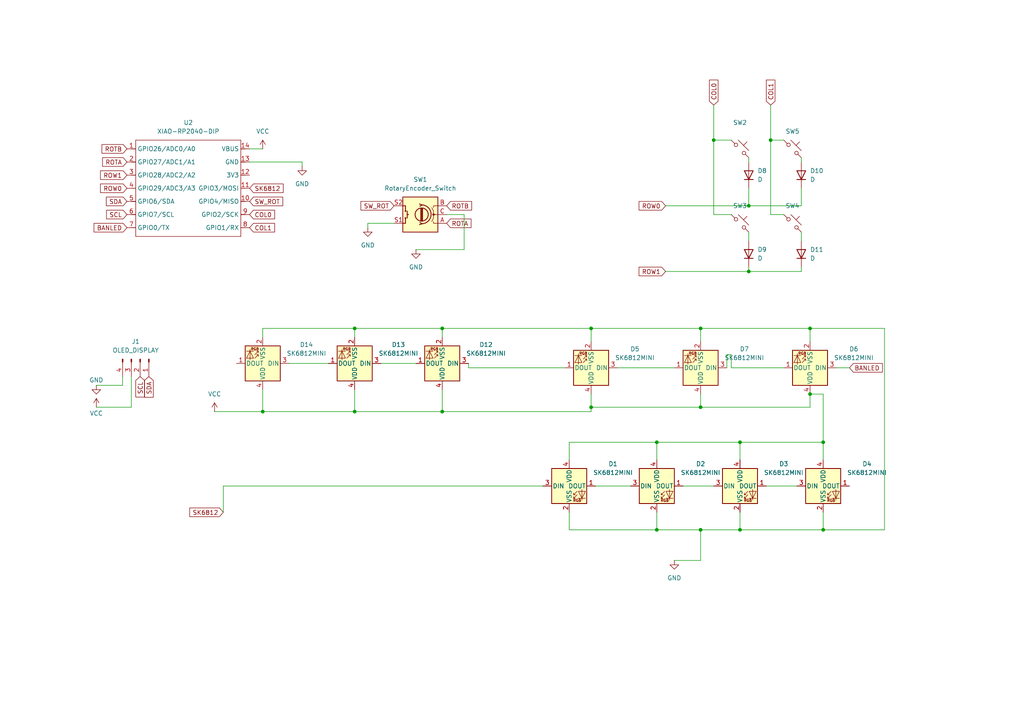
<source format=kicad_sch>
(kicad_sch
	(version 20250114)
	(generator "eeschema")
	(generator_version "9.0")
	(uuid "03aba699-d60f-4568-8b23-3c66170d4c3b")
	(paper "A4")
	(lib_symbols
		(symbol "Connector:Conn_01x04_Pin"
			(pin_names
				(offset 1.016)
				(hide yes)
			)
			(exclude_from_sim no)
			(in_bom yes)
			(on_board yes)
			(property "Reference" "J"
				(at 0 5.08 0)
				(effects
					(font
						(size 1.27 1.27)
					)
				)
			)
			(property "Value" "Conn_01x04_Pin"
				(at 0 -7.62 0)
				(effects
					(font
						(size 1.27 1.27)
					)
				)
			)
			(property "Footprint" ""
				(at 0 0 0)
				(effects
					(font
						(size 1.27 1.27)
					)
					(hide yes)
				)
			)
			(property "Datasheet" "~"
				(at 0 0 0)
				(effects
					(font
						(size 1.27 1.27)
					)
					(hide yes)
				)
			)
			(property "Description" "Generic connector, single row, 01x04, script generated"
				(at 0 0 0)
				(effects
					(font
						(size 1.27 1.27)
					)
					(hide yes)
				)
			)
			(property "ki_locked" ""
				(at 0 0 0)
				(effects
					(font
						(size 1.27 1.27)
					)
				)
			)
			(property "ki_keywords" "connector"
				(at 0 0 0)
				(effects
					(font
						(size 1.27 1.27)
					)
					(hide yes)
				)
			)
			(property "ki_fp_filters" "Connector*:*_1x??_*"
				(at 0 0 0)
				(effects
					(font
						(size 1.27 1.27)
					)
					(hide yes)
				)
			)
			(symbol "Conn_01x04_Pin_1_1"
				(rectangle
					(start 0.8636 2.667)
					(end 0 2.413)
					(stroke
						(width 0.1524)
						(type default)
					)
					(fill
						(type outline)
					)
				)
				(rectangle
					(start 0.8636 0.127)
					(end 0 -0.127)
					(stroke
						(width 0.1524)
						(type default)
					)
					(fill
						(type outline)
					)
				)
				(rectangle
					(start 0.8636 -2.413)
					(end 0 -2.667)
					(stroke
						(width 0.1524)
						(type default)
					)
					(fill
						(type outline)
					)
				)
				(rectangle
					(start 0.8636 -4.953)
					(end 0 -5.207)
					(stroke
						(width 0.1524)
						(type default)
					)
					(fill
						(type outline)
					)
				)
				(polyline
					(pts
						(xy 1.27 2.54) (xy 0.8636 2.54)
					)
					(stroke
						(width 0.1524)
						(type default)
					)
					(fill
						(type none)
					)
				)
				(polyline
					(pts
						(xy 1.27 0) (xy 0.8636 0)
					)
					(stroke
						(width 0.1524)
						(type default)
					)
					(fill
						(type none)
					)
				)
				(polyline
					(pts
						(xy 1.27 -2.54) (xy 0.8636 -2.54)
					)
					(stroke
						(width 0.1524)
						(type default)
					)
					(fill
						(type none)
					)
				)
				(polyline
					(pts
						(xy 1.27 -5.08) (xy 0.8636 -5.08)
					)
					(stroke
						(width 0.1524)
						(type default)
					)
					(fill
						(type none)
					)
				)
				(pin passive line
					(at 5.08 2.54 180)
					(length 3.81)
					(name "Pin_1"
						(effects
							(font
								(size 1.27 1.27)
							)
						)
					)
					(number "1"
						(effects
							(font
								(size 1.27 1.27)
							)
						)
					)
				)
				(pin passive line
					(at 5.08 0 180)
					(length 3.81)
					(name "Pin_2"
						(effects
							(font
								(size 1.27 1.27)
							)
						)
					)
					(number "2"
						(effects
							(font
								(size 1.27 1.27)
							)
						)
					)
				)
				(pin passive line
					(at 5.08 -2.54 180)
					(length 3.81)
					(name "Pin_3"
						(effects
							(font
								(size 1.27 1.27)
							)
						)
					)
					(number "3"
						(effects
							(font
								(size 1.27 1.27)
							)
						)
					)
				)
				(pin passive line
					(at 5.08 -5.08 180)
					(length 3.81)
					(name "Pin_4"
						(effects
							(font
								(size 1.27 1.27)
							)
						)
					)
					(number "4"
						(effects
							(font
								(size 1.27 1.27)
							)
						)
					)
				)
			)
			(embedded_fonts no)
		)
		(symbol "Device:D"
			(pin_numbers
				(hide yes)
			)
			(pin_names
				(offset 1.016)
				(hide yes)
			)
			(exclude_from_sim no)
			(in_bom yes)
			(on_board yes)
			(property "Reference" "D"
				(at 0 2.54 0)
				(effects
					(font
						(size 1.27 1.27)
					)
				)
			)
			(property "Value" "D"
				(at 0 -2.54 0)
				(effects
					(font
						(size 1.27 1.27)
					)
				)
			)
			(property "Footprint" ""
				(at 0 0 0)
				(effects
					(font
						(size 1.27 1.27)
					)
					(hide yes)
				)
			)
			(property "Datasheet" "~"
				(at 0 0 0)
				(effects
					(font
						(size 1.27 1.27)
					)
					(hide yes)
				)
			)
			(property "Description" "Diode"
				(at 0 0 0)
				(effects
					(font
						(size 1.27 1.27)
					)
					(hide yes)
				)
			)
			(property "Sim.Device" "D"
				(at 0 0 0)
				(effects
					(font
						(size 1.27 1.27)
					)
					(hide yes)
				)
			)
			(property "Sim.Pins" "1=K 2=A"
				(at 0 0 0)
				(effects
					(font
						(size 1.27 1.27)
					)
					(hide yes)
				)
			)
			(property "ki_keywords" "diode"
				(at 0 0 0)
				(effects
					(font
						(size 1.27 1.27)
					)
					(hide yes)
				)
			)
			(property "ki_fp_filters" "TO-???* *_Diode_* *SingleDiode* D_*"
				(at 0 0 0)
				(effects
					(font
						(size 1.27 1.27)
					)
					(hide yes)
				)
			)
			(symbol "D_0_1"
				(polyline
					(pts
						(xy -1.27 1.27) (xy -1.27 -1.27)
					)
					(stroke
						(width 0.254)
						(type default)
					)
					(fill
						(type none)
					)
				)
				(polyline
					(pts
						(xy 1.27 1.27) (xy 1.27 -1.27) (xy -1.27 0) (xy 1.27 1.27)
					)
					(stroke
						(width 0.254)
						(type default)
					)
					(fill
						(type none)
					)
				)
				(polyline
					(pts
						(xy 1.27 0) (xy -1.27 0)
					)
					(stroke
						(width 0)
						(type default)
					)
					(fill
						(type none)
					)
				)
			)
			(symbol "D_1_1"
				(pin passive line
					(at -3.81 0 0)
					(length 2.54)
					(name "K"
						(effects
							(font
								(size 1.27 1.27)
							)
						)
					)
					(number "1"
						(effects
							(font
								(size 1.27 1.27)
							)
						)
					)
				)
				(pin passive line
					(at 3.81 0 180)
					(length 2.54)
					(name "A"
						(effects
							(font
								(size 1.27 1.27)
							)
						)
					)
					(number "2"
						(effects
							(font
								(size 1.27 1.27)
							)
						)
					)
				)
			)
			(embedded_fonts no)
		)
		(symbol "Device:RotaryEncoder_Switch"
			(pin_names
				(offset 0.254)
				(hide yes)
			)
			(exclude_from_sim no)
			(in_bom yes)
			(on_board yes)
			(property "Reference" "SW"
				(at 0 6.604 0)
				(effects
					(font
						(size 1.27 1.27)
					)
				)
			)
			(property "Value" "RotaryEncoder_Switch"
				(at 0 -6.604 0)
				(effects
					(font
						(size 1.27 1.27)
					)
				)
			)
			(property "Footprint" ""
				(at -3.81 4.064 0)
				(effects
					(font
						(size 1.27 1.27)
					)
					(hide yes)
				)
			)
			(property "Datasheet" "~"
				(at 0 6.604 0)
				(effects
					(font
						(size 1.27 1.27)
					)
					(hide yes)
				)
			)
			(property "Description" "Rotary encoder, dual channel, incremental quadrate outputs, with switch"
				(at 0 0 0)
				(effects
					(font
						(size 1.27 1.27)
					)
					(hide yes)
				)
			)
			(property "ki_keywords" "rotary switch encoder switch push button"
				(at 0 0 0)
				(effects
					(font
						(size 1.27 1.27)
					)
					(hide yes)
				)
			)
			(property "ki_fp_filters" "RotaryEncoder*Switch*"
				(at 0 0 0)
				(effects
					(font
						(size 1.27 1.27)
					)
					(hide yes)
				)
			)
			(symbol "RotaryEncoder_Switch_0_1"
				(rectangle
					(start -5.08 5.08)
					(end 5.08 -5.08)
					(stroke
						(width 0.254)
						(type default)
					)
					(fill
						(type background)
					)
				)
				(polyline
					(pts
						(xy -5.08 2.54) (xy -3.81 2.54) (xy -3.81 2.032)
					)
					(stroke
						(width 0)
						(type default)
					)
					(fill
						(type none)
					)
				)
				(polyline
					(pts
						(xy -5.08 0) (xy -3.81 0) (xy -3.81 -1.016) (xy -3.302 -2.032)
					)
					(stroke
						(width 0)
						(type default)
					)
					(fill
						(type none)
					)
				)
				(polyline
					(pts
						(xy -5.08 -2.54) (xy -3.81 -2.54) (xy -3.81 -2.032)
					)
					(stroke
						(width 0)
						(type default)
					)
					(fill
						(type none)
					)
				)
				(polyline
					(pts
						(xy -4.318 0) (xy -3.81 0) (xy -3.81 1.016) (xy -3.302 2.032)
					)
					(stroke
						(width 0)
						(type default)
					)
					(fill
						(type none)
					)
				)
				(circle
					(center -3.81 0)
					(radius 0.254)
					(stroke
						(width 0)
						(type default)
					)
					(fill
						(type outline)
					)
				)
				(polyline
					(pts
						(xy -0.635 -1.778) (xy -0.635 1.778)
					)
					(stroke
						(width 0.254)
						(type default)
					)
					(fill
						(type none)
					)
				)
				(circle
					(center -0.381 0)
					(radius 1.905)
					(stroke
						(width 0.254)
						(type default)
					)
					(fill
						(type none)
					)
				)
				(polyline
					(pts
						(xy -0.381 -1.778) (xy -0.381 1.778)
					)
					(stroke
						(width 0.254)
						(type default)
					)
					(fill
						(type none)
					)
				)
				(arc
					(start -0.381 -2.794)
					(mid -3.0988 -0.0635)
					(end -0.381 2.667)
					(stroke
						(width 0.254)
						(type default)
					)
					(fill
						(type none)
					)
				)
				(polyline
					(pts
						(xy -0.127 1.778) (xy -0.127 -1.778)
					)
					(stroke
						(width 0.254)
						(type default)
					)
					(fill
						(type none)
					)
				)
				(polyline
					(pts
						(xy 0.254 2.921) (xy -0.508 2.667) (xy 0.127 2.286)
					)
					(stroke
						(width 0.254)
						(type default)
					)
					(fill
						(type none)
					)
				)
				(polyline
					(pts
						(xy 0.254 -3.048) (xy -0.508 -2.794) (xy 0.127 -2.413)
					)
					(stroke
						(width 0.254)
						(type default)
					)
					(fill
						(type none)
					)
				)
				(polyline
					(pts
						(xy 3.81 1.016) (xy 3.81 -1.016)
					)
					(stroke
						(width 0.254)
						(type default)
					)
					(fill
						(type none)
					)
				)
				(polyline
					(pts
						(xy 3.81 0) (xy 3.429 0)
					)
					(stroke
						(width 0.254)
						(type default)
					)
					(fill
						(type none)
					)
				)
				(circle
					(center 4.318 1.016)
					(radius 0.127)
					(stroke
						(width 0.254)
						(type default)
					)
					(fill
						(type none)
					)
				)
				(circle
					(center 4.318 -1.016)
					(radius 0.127)
					(stroke
						(width 0.254)
						(type default)
					)
					(fill
						(type none)
					)
				)
				(polyline
					(pts
						(xy 5.08 2.54) (xy 4.318 2.54) (xy 4.318 1.016)
					)
					(stroke
						(width 0.254)
						(type default)
					)
					(fill
						(type none)
					)
				)
				(polyline
					(pts
						(xy 5.08 -2.54) (xy 4.318 -2.54) (xy 4.318 -1.016)
					)
					(stroke
						(width 0.254)
						(type default)
					)
					(fill
						(type none)
					)
				)
			)
			(symbol "RotaryEncoder_Switch_1_1"
				(pin passive line
					(at -7.62 2.54 0)
					(length 2.54)
					(name "A"
						(effects
							(font
								(size 1.27 1.27)
							)
						)
					)
					(number "A"
						(effects
							(font
								(size 1.27 1.27)
							)
						)
					)
				)
				(pin passive line
					(at -7.62 0 0)
					(length 2.54)
					(name "C"
						(effects
							(font
								(size 1.27 1.27)
							)
						)
					)
					(number "C"
						(effects
							(font
								(size 1.27 1.27)
							)
						)
					)
				)
				(pin passive line
					(at -7.62 -2.54 0)
					(length 2.54)
					(name "B"
						(effects
							(font
								(size 1.27 1.27)
							)
						)
					)
					(number "B"
						(effects
							(font
								(size 1.27 1.27)
							)
						)
					)
				)
				(pin passive line
					(at 7.62 2.54 180)
					(length 2.54)
					(name "S1"
						(effects
							(font
								(size 1.27 1.27)
							)
						)
					)
					(number "S1"
						(effects
							(font
								(size 1.27 1.27)
							)
						)
					)
				)
				(pin passive line
					(at 7.62 -2.54 180)
					(length 2.54)
					(name "S2"
						(effects
							(font
								(size 1.27 1.27)
							)
						)
					)
					(number "S2"
						(effects
							(font
								(size 1.27 1.27)
							)
						)
					)
				)
			)
			(embedded_fonts no)
		)
		(symbol "LED:SK6812MINI"
			(pin_names
				(offset 0.254)
			)
			(exclude_from_sim no)
			(in_bom yes)
			(on_board yes)
			(property "Reference" "D"
				(at 5.08 5.715 0)
				(effects
					(font
						(size 1.27 1.27)
					)
					(justify right bottom)
				)
			)
			(property "Value" "SK6812MINI"
				(at 1.27 -5.715 0)
				(effects
					(font
						(size 1.27 1.27)
					)
					(justify left top)
				)
			)
			(property "Footprint" "LED_SMD:LED_SK6812MINI_PLCC4_3.5x3.5mm_P1.75mm"
				(at 1.27 -7.62 0)
				(effects
					(font
						(size 1.27 1.27)
					)
					(justify left top)
					(hide yes)
				)
			)
			(property "Datasheet" "https://cdn-shop.adafruit.com/product-files/2686/SK6812MINI_REV.01-1-2.pdf"
				(at 2.54 -9.525 0)
				(effects
					(font
						(size 1.27 1.27)
					)
					(justify left top)
					(hide yes)
				)
			)
			(property "Description" "RGB LED with integrated controller"
				(at 0 0 0)
				(effects
					(font
						(size 1.27 1.27)
					)
					(hide yes)
				)
			)
			(property "ki_keywords" "RGB LED NeoPixel Mini addressable"
				(at 0 0 0)
				(effects
					(font
						(size 1.27 1.27)
					)
					(hide yes)
				)
			)
			(property "ki_fp_filters" "LED*SK6812MINI*PLCC*3.5x3.5mm*P1.75mm*"
				(at 0 0 0)
				(effects
					(font
						(size 1.27 1.27)
					)
					(hide yes)
				)
			)
			(symbol "SK6812MINI_0_0"
				(text "RGB"
					(at 2.286 -4.191 0)
					(effects
						(font
							(size 0.762 0.762)
						)
					)
				)
			)
			(symbol "SK6812MINI_0_1"
				(polyline
					(pts
						(xy 1.27 -2.54) (xy 1.778 -2.54)
					)
					(stroke
						(width 0)
						(type default)
					)
					(fill
						(type none)
					)
				)
				(polyline
					(pts
						(xy 1.27 -3.556) (xy 1.778 -3.556)
					)
					(stroke
						(width 0)
						(type default)
					)
					(fill
						(type none)
					)
				)
				(polyline
					(pts
						(xy 2.286 -1.524) (xy 1.27 -2.54) (xy 1.27 -2.032)
					)
					(stroke
						(width 0)
						(type default)
					)
					(fill
						(type none)
					)
				)
				(polyline
					(pts
						(xy 2.286 -2.54) (xy 1.27 -3.556) (xy 1.27 -3.048)
					)
					(stroke
						(width 0)
						(type default)
					)
					(fill
						(type none)
					)
				)
				(polyline
					(pts
						(xy 3.683 -1.016) (xy 3.683 -3.556) (xy 3.683 -4.064)
					)
					(stroke
						(width 0)
						(type default)
					)
					(fill
						(type none)
					)
				)
				(polyline
					(pts
						(xy 4.699 -1.524) (xy 2.667 -1.524) (xy 3.683 -3.556) (xy 4.699 -1.524)
					)
					(stroke
						(width 0)
						(type default)
					)
					(fill
						(type none)
					)
				)
				(polyline
					(pts
						(xy 4.699 -3.556) (xy 2.667 -3.556)
					)
					(stroke
						(width 0)
						(type default)
					)
					(fill
						(type none)
					)
				)
				(rectangle
					(start 5.08 5.08)
					(end -5.08 -5.08)
					(stroke
						(width 0.254)
						(type default)
					)
					(fill
						(type background)
					)
				)
			)
			(symbol "SK6812MINI_1_1"
				(pin input line
					(at -7.62 0 0)
					(length 2.54)
					(name "DIN"
						(effects
							(font
								(size 1.27 1.27)
							)
						)
					)
					(number "3"
						(effects
							(font
								(size 1.27 1.27)
							)
						)
					)
				)
				(pin power_in line
					(at 0 7.62 270)
					(length 2.54)
					(name "VDD"
						(effects
							(font
								(size 1.27 1.27)
							)
						)
					)
					(number "4"
						(effects
							(font
								(size 1.27 1.27)
							)
						)
					)
				)
				(pin power_in line
					(at 0 -7.62 90)
					(length 2.54)
					(name "VSS"
						(effects
							(font
								(size 1.27 1.27)
							)
						)
					)
					(number "2"
						(effects
							(font
								(size 1.27 1.27)
							)
						)
					)
				)
				(pin output line
					(at 7.62 0 180)
					(length 2.54)
					(name "DOUT"
						(effects
							(font
								(size 1.27 1.27)
							)
						)
					)
					(number "1"
						(effects
							(font
								(size 1.27 1.27)
							)
						)
					)
				)
			)
			(embedded_fonts no)
		)
		(symbol "Seeed_Studio_XIAO_Series:XIAO-RP2040-DIP"
			(exclude_from_sim no)
			(in_bom yes)
			(on_board yes)
			(property "Reference" "U"
				(at 0 0 0)
				(effects
					(font
						(size 1.27 1.27)
					)
				)
			)
			(property "Value" "XIAO-RP2040-DIP"
				(at 5.334 -1.778 0)
				(effects
					(font
						(size 1.27 1.27)
					)
				)
			)
			(property "Footprint" "Module:MOUDLE14P-XIAO-DIP-SMD"
				(at 14.478 -32.258 0)
				(effects
					(font
						(size 1.27 1.27)
					)
					(hide yes)
				)
			)
			(property "Datasheet" ""
				(at 0 0 0)
				(effects
					(font
						(size 1.27 1.27)
					)
					(hide yes)
				)
			)
			(property "Description" ""
				(at 0 0 0)
				(effects
					(font
						(size 1.27 1.27)
					)
					(hide yes)
				)
			)
			(symbol "XIAO-RP2040-DIP_1_0"
				(polyline
					(pts
						(xy -1.27 -2.54) (xy 29.21 -2.54)
					)
					(stroke
						(width 0.1524)
						(type solid)
					)
					(fill
						(type none)
					)
				)
				(polyline
					(pts
						(xy -1.27 -5.08) (xy -2.54 -5.08)
					)
					(stroke
						(width 0.1524)
						(type solid)
					)
					(fill
						(type none)
					)
				)
				(polyline
					(pts
						(xy -1.27 -5.08) (xy -1.27 -2.54)
					)
					(stroke
						(width 0.1524)
						(type solid)
					)
					(fill
						(type none)
					)
				)
				(polyline
					(pts
						(xy -1.27 -8.89) (xy -2.54 -8.89)
					)
					(stroke
						(width 0.1524)
						(type solid)
					)
					(fill
						(type none)
					)
				)
				(polyline
					(pts
						(xy -1.27 -8.89) (xy -1.27 -5.08)
					)
					(stroke
						(width 0.1524)
						(type solid)
					)
					(fill
						(type none)
					)
				)
				(polyline
					(pts
						(xy -1.27 -12.7) (xy -2.54 -12.7)
					)
					(stroke
						(width 0.1524)
						(type solid)
					)
					(fill
						(type none)
					)
				)
				(polyline
					(pts
						(xy -1.27 -12.7) (xy -1.27 -8.89)
					)
					(stroke
						(width 0.1524)
						(type solid)
					)
					(fill
						(type none)
					)
				)
				(polyline
					(pts
						(xy -1.27 -16.51) (xy -2.54 -16.51)
					)
					(stroke
						(width 0.1524)
						(type solid)
					)
					(fill
						(type none)
					)
				)
				(polyline
					(pts
						(xy -1.27 -16.51) (xy -1.27 -12.7)
					)
					(stroke
						(width 0.1524)
						(type solid)
					)
					(fill
						(type none)
					)
				)
				(polyline
					(pts
						(xy -1.27 -20.32) (xy -2.54 -20.32)
					)
					(stroke
						(width 0.1524)
						(type solid)
					)
					(fill
						(type none)
					)
				)
				(polyline
					(pts
						(xy -1.27 -24.13) (xy -2.54 -24.13)
					)
					(stroke
						(width 0.1524)
						(type solid)
					)
					(fill
						(type none)
					)
				)
				(polyline
					(pts
						(xy -1.27 -27.94) (xy -2.54 -27.94)
					)
					(stroke
						(width 0.1524)
						(type solid)
					)
					(fill
						(type none)
					)
				)
				(polyline
					(pts
						(xy -1.27 -30.48) (xy -1.27 -16.51)
					)
					(stroke
						(width 0.1524)
						(type solid)
					)
					(fill
						(type none)
					)
				)
				(polyline
					(pts
						(xy 29.21 -2.54) (xy 29.21 -5.08)
					)
					(stroke
						(width 0.1524)
						(type solid)
					)
					(fill
						(type none)
					)
				)
				(polyline
					(pts
						(xy 29.21 -5.08) (xy 29.21 -8.89)
					)
					(stroke
						(width 0.1524)
						(type solid)
					)
					(fill
						(type none)
					)
				)
				(polyline
					(pts
						(xy 29.21 -8.89) (xy 29.21 -12.7)
					)
					(stroke
						(width 0.1524)
						(type solid)
					)
					(fill
						(type none)
					)
				)
				(polyline
					(pts
						(xy 29.21 -12.7) (xy 29.21 -30.48)
					)
					(stroke
						(width 0.1524)
						(type solid)
					)
					(fill
						(type none)
					)
				)
				(polyline
					(pts
						(xy 29.21 -30.48) (xy -1.27 -30.48)
					)
					(stroke
						(width 0.1524)
						(type solid)
					)
					(fill
						(type none)
					)
				)
				(polyline
					(pts
						(xy 30.48 -5.08) (xy 29.21 -5.08)
					)
					(stroke
						(width 0.1524)
						(type solid)
					)
					(fill
						(type none)
					)
				)
				(polyline
					(pts
						(xy 30.48 -8.89) (xy 29.21 -8.89)
					)
					(stroke
						(width 0.1524)
						(type solid)
					)
					(fill
						(type none)
					)
				)
				(polyline
					(pts
						(xy 30.48 -12.7) (xy 29.21 -12.7)
					)
					(stroke
						(width 0.1524)
						(type solid)
					)
					(fill
						(type none)
					)
				)
				(polyline
					(pts
						(xy 30.48 -16.51) (xy 29.21 -16.51)
					)
					(stroke
						(width 0.1524)
						(type solid)
					)
					(fill
						(type none)
					)
				)
				(polyline
					(pts
						(xy 30.48 -20.32) (xy 29.21 -20.32)
					)
					(stroke
						(width 0.1524)
						(type solid)
					)
					(fill
						(type none)
					)
				)
				(polyline
					(pts
						(xy 30.48 -24.13) (xy 29.21 -24.13)
					)
					(stroke
						(width 0.1524)
						(type solid)
					)
					(fill
						(type none)
					)
				)
				(polyline
					(pts
						(xy 30.48 -27.94) (xy 29.21 -27.94)
					)
					(stroke
						(width 0.1524)
						(type solid)
					)
					(fill
						(type none)
					)
				)
				(pin passive line
					(at -3.81 -5.08 0)
					(length 2.54)
					(name "GPIO26/ADC0/A0"
						(effects
							(font
								(size 1.27 1.27)
							)
						)
					)
					(number "1"
						(effects
							(font
								(size 1.27 1.27)
							)
						)
					)
				)
				(pin passive line
					(at -3.81 -8.89 0)
					(length 2.54)
					(name "GPIO27/ADC1/A1"
						(effects
							(font
								(size 1.27 1.27)
							)
						)
					)
					(number "2"
						(effects
							(font
								(size 1.27 1.27)
							)
						)
					)
				)
				(pin passive line
					(at -3.81 -12.7 0)
					(length 2.54)
					(name "GPIO28/ADC2/A2"
						(effects
							(font
								(size 1.27 1.27)
							)
						)
					)
					(number "3"
						(effects
							(font
								(size 1.27 1.27)
							)
						)
					)
				)
				(pin passive line
					(at -3.81 -16.51 0)
					(length 2.54)
					(name "GPIO29/ADC3/A3"
						(effects
							(font
								(size 1.27 1.27)
							)
						)
					)
					(number "4"
						(effects
							(font
								(size 1.27 1.27)
							)
						)
					)
				)
				(pin passive line
					(at -3.81 -20.32 0)
					(length 2.54)
					(name "GPIO6/SDA"
						(effects
							(font
								(size 1.27 1.27)
							)
						)
					)
					(number "5"
						(effects
							(font
								(size 1.27 1.27)
							)
						)
					)
				)
				(pin passive line
					(at -3.81 -24.13 0)
					(length 2.54)
					(name "GPIO7/SCL"
						(effects
							(font
								(size 1.27 1.27)
							)
						)
					)
					(number "6"
						(effects
							(font
								(size 1.27 1.27)
							)
						)
					)
				)
				(pin passive line
					(at -3.81 -27.94 0)
					(length 2.54)
					(name "GPIO0/TX"
						(effects
							(font
								(size 1.27 1.27)
							)
						)
					)
					(number "7"
						(effects
							(font
								(size 1.27 1.27)
							)
						)
					)
				)
				(pin passive line
					(at 31.75 -5.08 180)
					(length 2.54)
					(name "VBUS"
						(effects
							(font
								(size 1.27 1.27)
							)
						)
					)
					(number "14"
						(effects
							(font
								(size 1.27 1.27)
							)
						)
					)
				)
				(pin passive line
					(at 31.75 -8.89 180)
					(length 2.54)
					(name "GND"
						(effects
							(font
								(size 1.27 1.27)
							)
						)
					)
					(number "13"
						(effects
							(font
								(size 1.27 1.27)
							)
						)
					)
				)
				(pin passive line
					(at 31.75 -12.7 180)
					(length 2.54)
					(name "3V3"
						(effects
							(font
								(size 1.27 1.27)
							)
						)
					)
					(number "12"
						(effects
							(font
								(size 1.27 1.27)
							)
						)
					)
				)
				(pin passive line
					(at 31.75 -16.51 180)
					(length 2.54)
					(name "GPIO3/MOSI"
						(effects
							(font
								(size 1.27 1.27)
							)
						)
					)
					(number "11"
						(effects
							(font
								(size 1.27 1.27)
							)
						)
					)
				)
				(pin passive line
					(at 31.75 -20.32 180)
					(length 2.54)
					(name "GPIO4/MISO"
						(effects
							(font
								(size 1.27 1.27)
							)
						)
					)
					(number "10"
						(effects
							(font
								(size 1.27 1.27)
							)
						)
					)
				)
				(pin passive line
					(at 31.75 -24.13 180)
					(length 2.54)
					(name "GPIO2/SCK"
						(effects
							(font
								(size 1.27 1.27)
							)
						)
					)
					(number "9"
						(effects
							(font
								(size 1.27 1.27)
							)
						)
					)
				)
				(pin passive line
					(at 31.75 -27.94 180)
					(length 2.54)
					(name "GPIO1/RX"
						(effects
							(font
								(size 1.27 1.27)
							)
						)
					)
					(number "8"
						(effects
							(font
								(size 1.27 1.27)
							)
						)
					)
				)
			)
			(embedded_fonts no)
		)
		(symbol "Switch:SW_Push_45deg"
			(pin_numbers
				(hide yes)
			)
			(pin_names
				(offset 1.016)
				(hide yes)
			)
			(exclude_from_sim no)
			(in_bom yes)
			(on_board yes)
			(property "Reference" "SW"
				(at 3.048 1.016 0)
				(effects
					(font
						(size 1.27 1.27)
					)
					(justify left)
				)
			)
			(property "Value" "SW_Push_45deg"
				(at 0 -3.81 0)
				(effects
					(font
						(size 1.27 1.27)
					)
				)
			)
			(property "Footprint" ""
				(at 0 0 0)
				(effects
					(font
						(size 1.27 1.27)
					)
					(hide yes)
				)
			)
			(property "Datasheet" "~"
				(at 0 0 0)
				(effects
					(font
						(size 1.27 1.27)
					)
					(hide yes)
				)
			)
			(property "Description" "Push button switch, normally open, two pins, 45° tilted"
				(at 0 0 0)
				(effects
					(font
						(size 1.27 1.27)
					)
					(hide yes)
				)
			)
			(property "ki_keywords" "switch normally-open pushbutton push-button"
				(at 0 0 0)
				(effects
					(font
						(size 1.27 1.27)
					)
					(hide yes)
				)
			)
			(symbol "SW_Push_45deg_0_1"
				(polyline
					(pts
						(xy -2.54 2.54) (xy -1.524 1.524) (xy -1.524 1.524)
					)
					(stroke
						(width 0)
						(type default)
					)
					(fill
						(type none)
					)
				)
				(circle
					(center -1.1684 1.1684)
					(radius 0.508)
					(stroke
						(width 0)
						(type default)
					)
					(fill
						(type none)
					)
				)
				(polyline
					(pts
						(xy -0.508 2.54) (xy 2.54 -0.508)
					)
					(stroke
						(width 0)
						(type default)
					)
					(fill
						(type none)
					)
				)
				(polyline
					(pts
						(xy 1.016 1.016) (xy 2.032 2.032)
					)
					(stroke
						(width 0)
						(type default)
					)
					(fill
						(type none)
					)
				)
				(circle
					(center 1.143 -1.1938)
					(radius 0.508)
					(stroke
						(width 0)
						(type default)
					)
					(fill
						(type none)
					)
				)
				(polyline
					(pts
						(xy 1.524 -1.524) (xy 2.54 -2.54) (xy 2.54 -2.54) (xy 2.54 -2.54)
					)
					(stroke
						(width 0)
						(type default)
					)
					(fill
						(type none)
					)
				)
				(pin passive line
					(at -2.54 2.54 0)
					(length 0)
					(name "1"
						(effects
							(font
								(size 1.27 1.27)
							)
						)
					)
					(number "1"
						(effects
							(font
								(size 1.27 1.27)
							)
						)
					)
				)
				(pin passive line
					(at 2.54 -2.54 180)
					(length 0)
					(name "2"
						(effects
							(font
								(size 1.27 1.27)
							)
						)
					)
					(number "2"
						(effects
							(font
								(size 1.27 1.27)
							)
						)
					)
				)
			)
			(embedded_fonts no)
		)
		(symbol "power:GND"
			(power)
			(pin_numbers
				(hide yes)
			)
			(pin_names
				(offset 0)
				(hide yes)
			)
			(exclude_from_sim no)
			(in_bom yes)
			(on_board yes)
			(property "Reference" "#PWR"
				(at 0 -6.35 0)
				(effects
					(font
						(size 1.27 1.27)
					)
					(hide yes)
				)
			)
			(property "Value" "GND"
				(at 0 -3.81 0)
				(effects
					(font
						(size 1.27 1.27)
					)
				)
			)
			(property "Footprint" ""
				(at 0 0 0)
				(effects
					(font
						(size 1.27 1.27)
					)
					(hide yes)
				)
			)
			(property "Datasheet" ""
				(at 0 0 0)
				(effects
					(font
						(size 1.27 1.27)
					)
					(hide yes)
				)
			)
			(property "Description" "Power symbol creates a global label with name \"GND\" , ground"
				(at 0 0 0)
				(effects
					(font
						(size 1.27 1.27)
					)
					(hide yes)
				)
			)
			(property "ki_keywords" "global power"
				(at 0 0 0)
				(effects
					(font
						(size 1.27 1.27)
					)
					(hide yes)
				)
			)
			(symbol "GND_0_1"
				(polyline
					(pts
						(xy 0 0) (xy 0 -1.27) (xy 1.27 -1.27) (xy 0 -2.54) (xy -1.27 -1.27) (xy 0 -1.27)
					)
					(stroke
						(width 0)
						(type default)
					)
					(fill
						(type none)
					)
				)
			)
			(symbol "GND_1_1"
				(pin power_in line
					(at 0 0 270)
					(length 0)
					(name "~"
						(effects
							(font
								(size 1.27 1.27)
							)
						)
					)
					(number "1"
						(effects
							(font
								(size 1.27 1.27)
							)
						)
					)
				)
			)
			(embedded_fonts no)
		)
		(symbol "power:VCC"
			(power)
			(pin_numbers
				(hide yes)
			)
			(pin_names
				(offset 0)
				(hide yes)
			)
			(exclude_from_sim no)
			(in_bom yes)
			(on_board yes)
			(property "Reference" "#PWR"
				(at 0 -3.81 0)
				(effects
					(font
						(size 1.27 1.27)
					)
					(hide yes)
				)
			)
			(property "Value" "VCC"
				(at 0 3.556 0)
				(effects
					(font
						(size 1.27 1.27)
					)
				)
			)
			(property "Footprint" ""
				(at 0 0 0)
				(effects
					(font
						(size 1.27 1.27)
					)
					(hide yes)
				)
			)
			(property "Datasheet" ""
				(at 0 0 0)
				(effects
					(font
						(size 1.27 1.27)
					)
					(hide yes)
				)
			)
			(property "Description" "Power symbol creates a global label with name \"VCC\""
				(at 0 0 0)
				(effects
					(font
						(size 1.27 1.27)
					)
					(hide yes)
				)
			)
			(property "ki_keywords" "global power"
				(at 0 0 0)
				(effects
					(font
						(size 1.27 1.27)
					)
					(hide yes)
				)
			)
			(symbol "VCC_0_1"
				(polyline
					(pts
						(xy -0.762 1.27) (xy 0 2.54)
					)
					(stroke
						(width 0)
						(type default)
					)
					(fill
						(type none)
					)
				)
				(polyline
					(pts
						(xy 0 2.54) (xy 0.762 1.27)
					)
					(stroke
						(width 0)
						(type default)
					)
					(fill
						(type none)
					)
				)
				(polyline
					(pts
						(xy 0 0) (xy 0 2.54)
					)
					(stroke
						(width 0)
						(type default)
					)
					(fill
						(type none)
					)
				)
			)
			(symbol "VCC_1_1"
				(pin power_in line
					(at 0 0 90)
					(length 0)
					(name "~"
						(effects
							(font
								(size 1.27 1.27)
							)
						)
					)
					(number "1"
						(effects
							(font
								(size 1.27 1.27)
							)
						)
					)
				)
			)
			(embedded_fonts no)
		)
	)
	(junction
		(at 207.01 40.64)
		(diameter 0)
		(color 0 0 0 0)
		(uuid "074ae36a-d883-48c5-b1d4-5f97cb1969bf")
	)
	(junction
		(at 234.95 114.3)
		(diameter 0)
		(color 0 0 0 0)
		(uuid "127b6762-eb75-40a0-acb6-ff700c6cadd5")
	)
	(junction
		(at 102.87 95.25)
		(diameter 0)
		(color 0 0 0 0)
		(uuid "2d5c1ae1-fc3d-4cb2-96d2-5366e50017c0")
	)
	(junction
		(at 214.63 153.67)
		(diameter 0)
		(color 0 0 0 0)
		(uuid "31e2e1d3-04bd-41e8-9478-cb45f0bc9f2e")
	)
	(junction
		(at 238.76 153.67)
		(diameter 0)
		(color 0 0 0 0)
		(uuid "3fe8b53c-a789-4ca0-af73-3aba5148f3ff")
	)
	(junction
		(at 203.2 118.11)
		(diameter 0)
		(color 0 0 0 0)
		(uuid "5593a7bb-2e04-47f0-b9b7-300787e86883")
	)
	(junction
		(at 190.5 153.67)
		(diameter 0)
		(color 0 0 0 0)
		(uuid "58e1f06d-e651-49d7-81dd-a3f05522b766")
	)
	(junction
		(at 171.45 95.25)
		(diameter 0)
		(color 0 0 0 0)
		(uuid "6222f79a-32d4-47c1-ab80-91d8593a8ab5")
	)
	(junction
		(at 238.76 128.27)
		(diameter 0)
		(color 0 0 0 0)
		(uuid "75148c6e-1e61-4fb3-be1c-543456cd9253")
	)
	(junction
		(at 128.27 95.25)
		(diameter 0)
		(color 0 0 0 0)
		(uuid "94876093-323b-4c0e-9e48-939c6aadcabf")
	)
	(junction
		(at 102.87 119.38)
		(diameter 0)
		(color 0 0 0 0)
		(uuid "9e968691-4caa-46f1-a71c-2a6617bf8d4d")
	)
	(junction
		(at 217.17 59.69)
		(diameter 0)
		(color 0 0 0 0)
		(uuid "a4115806-36a9-461b-836e-0e61e803afba")
	)
	(junction
		(at 76.2 119.38)
		(diameter 0)
		(color 0 0 0 0)
		(uuid "a6f9b234-68e8-4906-9f06-c67ee55f891a")
	)
	(junction
		(at 203.2 95.25)
		(diameter 0)
		(color 0 0 0 0)
		(uuid "b0c10d62-f156-4b79-b72e-4895fafa8836")
	)
	(junction
		(at 190.5 128.27)
		(diameter 0)
		(color 0 0 0 0)
		(uuid "bc00ef5e-4078-4b33-af1a-512a20d28a99")
	)
	(junction
		(at 214.63 128.27)
		(diameter 0)
		(color 0 0 0 0)
		(uuid "c473505d-3e4b-4a73-9512-d34bb33a13b5")
	)
	(junction
		(at 223.52 40.64)
		(diameter 0)
		(color 0 0 0 0)
		(uuid "c60e0aed-cc39-4fab-93e5-aa3803a5b9c3")
	)
	(junction
		(at 234.95 95.25)
		(diameter 0)
		(color 0 0 0 0)
		(uuid "d19bfb1f-d7d1-4425-b35e-35e3b260dc5e")
	)
	(junction
		(at 171.45 118.11)
		(diameter 0)
		(color 0 0 0 0)
		(uuid "d6a26ca7-ce38-446e-8e0c-a980aa9c47be")
	)
	(junction
		(at 203.2 153.67)
		(diameter 0)
		(color 0 0 0 0)
		(uuid "eb8914b1-dbfa-403d-97c8-bc657f0489dc")
	)
	(junction
		(at 217.17 78.74)
		(diameter 0)
		(color 0 0 0 0)
		(uuid "f4ee776a-2c2f-4b3b-a2b9-4d07fb453607")
	)
	(junction
		(at 128.27 119.38)
		(diameter 0)
		(color 0 0 0 0)
		(uuid "ff0488b1-163e-4c2c-9c37-f5bf552a9d73")
	)
	(wire
		(pts
			(xy 171.45 99.06) (xy 171.45 95.25)
		)
		(stroke
			(width 0)
			(type default)
		)
		(uuid "07361c9b-83e8-4a97-9a16-646bc193a21d")
	)
	(wire
		(pts
			(xy 217.17 59.69) (xy 232.41 59.69)
		)
		(stroke
			(width 0)
			(type default)
		)
		(uuid "0b915d07-c9f6-41ee-93bf-3c40d4a80b93")
	)
	(wire
		(pts
			(xy 217.17 78.74) (xy 232.41 78.74)
		)
		(stroke
			(width 0)
			(type default)
		)
		(uuid "0d0b2515-e37b-48a1-9850-f418a8c44a41")
	)
	(wire
		(pts
			(xy 171.45 119.38) (xy 171.45 118.11)
		)
		(stroke
			(width 0)
			(type default)
		)
		(uuid "0eeb1625-a628-4f9d-b50d-44ccb1778d61")
	)
	(wire
		(pts
			(xy 163.83 106.68) (xy 135.89 106.68)
		)
		(stroke
			(width 0)
			(type default)
		)
		(uuid "15e9f682-a24d-4d8d-ab71-bbca61bfc32a")
	)
	(wire
		(pts
			(xy 232.41 54.61) (xy 232.41 59.69)
		)
		(stroke
			(width 0)
			(type default)
		)
		(uuid "18f03c08-3ffa-464c-bba1-a78cc8167b4a")
	)
	(wire
		(pts
			(xy 210.82 102.87) (xy 210.82 106.68)
		)
		(stroke
			(width 0)
			(type default)
		)
		(uuid "1a35b222-c573-45a1-81aa-11015c76e864")
	)
	(wire
		(pts
			(xy 214.63 128.27) (xy 238.76 128.27)
		)
		(stroke
			(width 0)
			(type default)
		)
		(uuid "1c170c57-ff14-48b8-936c-4e4c23227fbd")
	)
	(wire
		(pts
			(xy 106.68 64.77) (xy 106.68 66.04)
		)
		(stroke
			(width 0)
			(type default)
		)
		(uuid "1c734c8e-611a-46e6-b509-4508dbd107eb")
	)
	(wire
		(pts
			(xy 193.04 59.69) (xy 217.17 59.69)
		)
		(stroke
			(width 0)
			(type default)
		)
		(uuid "1f9867d8-e641-4246-8919-684b883e6ae8")
	)
	(wire
		(pts
			(xy 207.01 62.23) (xy 212.09 62.23)
		)
		(stroke
			(width 0)
			(type default)
		)
		(uuid "22954283-ac6f-4e2c-b40f-a65516891c50")
	)
	(wire
		(pts
			(xy 134.62 62.23) (xy 134.62 72.39)
		)
		(stroke
			(width 0)
			(type default)
		)
		(uuid "23258b96-add7-475f-b4b9-0ff89ab98301")
	)
	(wire
		(pts
			(xy 128.27 119.38) (xy 171.45 119.38)
		)
		(stroke
			(width 0)
			(type default)
		)
		(uuid "2719f37d-d1d9-4c89-8074-d6fc9d5f2eb2")
	)
	(wire
		(pts
			(xy 64.77 140.97) (xy 64.77 148.59)
		)
		(stroke
			(width 0)
			(type default)
		)
		(uuid "27428f9d-30e9-47f7-93e4-2feb71d628f6")
	)
	(wire
		(pts
			(xy 193.04 78.74) (xy 217.17 78.74)
		)
		(stroke
			(width 0)
			(type default)
		)
		(uuid "2a65ea8b-4fda-474b-839c-360f5ed573fe")
	)
	(wire
		(pts
			(xy 128.27 113.03) (xy 128.27 119.38)
		)
		(stroke
			(width 0)
			(type default)
		)
		(uuid "2b2932fd-0394-4d52-9fc6-29e4be59c2b1")
	)
	(wire
		(pts
			(xy 232.41 78.74) (xy 232.41 77.47)
		)
		(stroke
			(width 0)
			(type default)
		)
		(uuid "2d837fac-2d22-4056-b168-4dbfdef0b830")
	)
	(wire
		(pts
			(xy 128.27 95.25) (xy 102.87 95.25)
		)
		(stroke
			(width 0)
			(type default)
		)
		(uuid "2e1b1ed9-f470-4355-ba30-6db7872ef28b")
	)
	(wire
		(pts
			(xy 171.45 95.25) (xy 128.27 95.25)
		)
		(stroke
			(width 0)
			(type default)
		)
		(uuid "2e80b1d2-e849-40ec-847c-e15bed1289d2")
	)
	(wire
		(pts
			(xy 203.2 118.11) (xy 171.45 118.11)
		)
		(stroke
			(width 0)
			(type default)
		)
		(uuid "3106fc94-881a-4f34-ba4b-3034b5b5dcd8")
	)
	(wire
		(pts
			(xy 190.5 128.27) (xy 214.63 128.27)
		)
		(stroke
			(width 0)
			(type default)
		)
		(uuid "320c6931-858b-4f90-805e-1d92425a11c1")
	)
	(wire
		(pts
			(xy 135.89 106.68) (xy 135.89 105.41)
		)
		(stroke
			(width 0)
			(type default)
		)
		(uuid "35fe610a-7964-4654-9960-2d632f2669d0")
	)
	(wire
		(pts
			(xy 102.87 95.25) (xy 102.87 97.79)
		)
		(stroke
			(width 0)
			(type default)
		)
		(uuid "37545ecb-3e4e-4cda-b7ac-7db222d7ae4a")
	)
	(wire
		(pts
			(xy 214.63 153.67) (xy 238.76 153.67)
		)
		(stroke
			(width 0)
			(type default)
		)
		(uuid "38650080-08ed-43f6-95ad-2f4c9ae186f1")
	)
	(wire
		(pts
			(xy 110.49 105.41) (xy 120.65 105.41)
		)
		(stroke
			(width 0)
			(type default)
		)
		(uuid "3978e8ab-0786-447c-b184-0eabc35cd938")
	)
	(wire
		(pts
			(xy 203.2 114.3) (xy 203.2 118.11)
		)
		(stroke
			(width 0)
			(type default)
		)
		(uuid "39ee9b62-c0f7-456c-91bb-736f695f3162")
	)
	(wire
		(pts
			(xy 212.09 102.87) (xy 210.82 102.87)
		)
		(stroke
			(width 0)
			(type default)
		)
		(uuid "3c4ab4c7-aa07-4929-80d9-9ee007ab80dd")
	)
	(wire
		(pts
			(xy 198.12 140.97) (xy 207.01 140.97)
		)
		(stroke
			(width 0)
			(type default)
		)
		(uuid "3da73d98-1189-4a09-84a9-35377c76cc00")
	)
	(wire
		(pts
			(xy 83.82 105.41) (xy 95.25 105.41)
		)
		(stroke
			(width 0)
			(type default)
		)
		(uuid "3ecf5923-f830-4344-946a-7c93eb172c5a")
	)
	(wire
		(pts
			(xy 38.1 118.11) (xy 38.1 109.22)
		)
		(stroke
			(width 0)
			(type default)
		)
		(uuid "4125b667-6e89-4904-a1ca-017aef963892")
	)
	(wire
		(pts
			(xy 232.41 67.31) (xy 232.41 69.85)
		)
		(stroke
			(width 0)
			(type default)
		)
		(uuid "45e20b74-8406-406f-a4fc-a262b53b2407")
	)
	(wire
		(pts
			(xy 35.56 111.76) (xy 35.56 109.22)
		)
		(stroke
			(width 0)
			(type default)
		)
		(uuid "471c26b0-f55f-4586-af55-c4b01079c017")
	)
	(wire
		(pts
			(xy 223.52 40.64) (xy 223.52 62.23)
		)
		(stroke
			(width 0)
			(type default)
		)
		(uuid "48d5e488-fea6-491e-bd7d-0ec30911cc35")
	)
	(wire
		(pts
			(xy 222.25 140.97) (xy 231.14 140.97)
		)
		(stroke
			(width 0)
			(type default)
		)
		(uuid "4cba44f7-0215-4037-b3ec-ae8b4480fb47")
	)
	(wire
		(pts
			(xy 217.17 69.85) (xy 217.17 67.31)
		)
		(stroke
			(width 0)
			(type default)
		)
		(uuid "51e2ef53-a1d3-4af2-a128-62f1d3750f98")
	)
	(wire
		(pts
			(xy 165.1 153.67) (xy 190.5 153.67)
		)
		(stroke
			(width 0)
			(type default)
		)
		(uuid "531ded97-8e39-4771-b7c0-61254cc5d86e")
	)
	(wire
		(pts
			(xy 223.52 62.23) (xy 227.33 62.23)
		)
		(stroke
			(width 0)
			(type default)
		)
		(uuid "5779c75f-b681-480e-8992-180a30e4bc3b")
	)
	(wire
		(pts
			(xy 212.09 106.68) (xy 227.33 106.68)
		)
		(stroke
			(width 0)
			(type default)
		)
		(uuid "5e0daa67-ab3d-4b4f-919b-217b03dee20e")
	)
	(wire
		(pts
			(xy 223.52 40.64) (xy 223.52 30.48)
		)
		(stroke
			(width 0)
			(type default)
		)
		(uuid "5e1fafeb-7fe2-4ff5-b78e-6ab84ec3839a")
	)
	(wire
		(pts
			(xy 114.3 64.77) (xy 106.68 64.77)
		)
		(stroke
			(width 0)
			(type default)
		)
		(uuid "5fbb45d0-7e40-4166-9765-fa89ff5c42cc")
	)
	(wire
		(pts
			(xy 214.63 128.27) (xy 214.63 133.35)
		)
		(stroke
			(width 0)
			(type default)
		)
		(uuid "610e0a2d-6630-4eaf-b035-20abeef3ea38")
	)
	(wire
		(pts
			(xy 207.01 30.48) (xy 207.01 40.64)
		)
		(stroke
			(width 0)
			(type default)
		)
		(uuid "633a04be-dd03-4675-97e4-7af79e2b1f7d")
	)
	(wire
		(pts
			(xy 214.63 148.59) (xy 214.63 153.67)
		)
		(stroke
			(width 0)
			(type default)
		)
		(uuid "64b16298-9827-4995-937c-47b28c28bdb7")
	)
	(wire
		(pts
			(xy 171.45 118.11) (xy 171.45 114.3)
		)
		(stroke
			(width 0)
			(type default)
		)
		(uuid "67d4f0ea-b862-4095-968b-1b3d223f7bd9")
	)
	(wire
		(pts
			(xy 76.2 113.03) (xy 76.2 119.38)
		)
		(stroke
			(width 0)
			(type default)
		)
		(uuid "6c2757a7-db48-4414-a99c-8e37a54c26bd")
	)
	(wire
		(pts
			(xy 72.39 46.99) (xy 87.63 46.99)
		)
		(stroke
			(width 0)
			(type default)
		)
		(uuid "70017729-5600-4541-8256-e66f69255af6")
	)
	(wire
		(pts
			(xy 203.2 153.67) (xy 203.2 162.56)
		)
		(stroke
			(width 0)
			(type default)
		)
		(uuid "70af4d17-46f7-40dc-aa69-2fd813c50b38")
	)
	(wire
		(pts
			(xy 207.01 40.64) (xy 212.09 40.64)
		)
		(stroke
			(width 0)
			(type default)
		)
		(uuid "78a2b77f-922b-4983-b300-5bd75ebb39bf")
	)
	(wire
		(pts
			(xy 203.2 153.67) (xy 214.63 153.67)
		)
		(stroke
			(width 0)
			(type default)
		)
		(uuid "7d21030e-54b4-489e-b38a-cdac831175a9")
	)
	(wire
		(pts
			(xy 76.2 95.25) (xy 76.2 97.79)
		)
		(stroke
			(width 0)
			(type default)
		)
		(uuid "7d7b619d-8a3c-49ff-bdc3-df0e4f7e9f14")
	)
	(wire
		(pts
			(xy 27.94 118.11) (xy 38.1 118.11)
		)
		(stroke
			(width 0)
			(type default)
		)
		(uuid "836f5130-dc55-4ca8-a57f-4882880e2222")
	)
	(wire
		(pts
			(xy 165.1 133.35) (xy 165.1 128.27)
		)
		(stroke
			(width 0)
			(type default)
		)
		(uuid "847df5b0-cb27-4493-8e95-096548877ae4")
	)
	(wire
		(pts
			(xy 234.95 118.11) (xy 203.2 118.11)
		)
		(stroke
			(width 0)
			(type default)
		)
		(uuid "856abac5-29cb-48cc-926c-175d1efbca35")
	)
	(wire
		(pts
			(xy 238.76 128.27) (xy 238.76 114.3)
		)
		(stroke
			(width 0)
			(type default)
		)
		(uuid "8669c074-9a87-4e72-8720-00d34fd76675")
	)
	(wire
		(pts
			(xy 27.94 111.76) (xy 35.56 111.76)
		)
		(stroke
			(width 0)
			(type default)
		)
		(uuid "8a68c300-7931-46e5-9c64-15fec8026a92")
	)
	(wire
		(pts
			(xy 190.5 153.67) (xy 203.2 153.67)
		)
		(stroke
			(width 0)
			(type default)
		)
		(uuid "8c44071e-10ad-4834-aa2d-9e4f144d987d")
	)
	(wire
		(pts
			(xy 238.76 148.59) (xy 238.76 153.67)
		)
		(stroke
			(width 0)
			(type default)
		)
		(uuid "91f5ec0f-2de2-4428-9d61-466a8c22423c")
	)
	(wire
		(pts
			(xy 62.23 119.38) (xy 76.2 119.38)
		)
		(stroke
			(width 0)
			(type default)
		)
		(uuid "9dc72ff8-9e1f-4b6c-8d37-d24b4895d193")
	)
	(wire
		(pts
			(xy 234.95 114.3) (xy 234.95 118.11)
		)
		(stroke
			(width 0)
			(type default)
		)
		(uuid "a134962c-0f02-4756-a4e9-0037292877e4")
	)
	(wire
		(pts
			(xy 203.2 95.25) (xy 234.95 95.25)
		)
		(stroke
			(width 0)
			(type default)
		)
		(uuid "a175deb5-93ca-44e4-b089-907f0872e8fb")
	)
	(wire
		(pts
			(xy 234.95 95.25) (xy 256.54 95.25)
		)
		(stroke
			(width 0)
			(type default)
		)
		(uuid "a2571256-bf14-45c2-abc6-4d657528473d")
	)
	(wire
		(pts
			(xy 134.62 62.23) (xy 129.54 62.23)
		)
		(stroke
			(width 0)
			(type default)
		)
		(uuid "a61af2f9-02a0-49dd-bd76-7cb850aa9b98")
	)
	(wire
		(pts
			(xy 217.17 77.47) (xy 217.17 78.74)
		)
		(stroke
			(width 0)
			(type default)
		)
		(uuid "a6325123-1076-446f-91c4-eb3d276f7d3a")
	)
	(wire
		(pts
			(xy 217.17 54.61) (xy 217.17 59.69)
		)
		(stroke
			(width 0)
			(type default)
		)
		(uuid "ab39eff6-5022-4644-9355-ee9c9ba97808")
	)
	(wire
		(pts
			(xy 102.87 113.03) (xy 102.87 119.38)
		)
		(stroke
			(width 0)
			(type default)
		)
		(uuid "ad87f623-bd38-47b2-aff9-08ac6f7d705f")
	)
	(wire
		(pts
			(xy 76.2 119.38) (xy 102.87 119.38)
		)
		(stroke
			(width 0)
			(type default)
		)
		(uuid "adcc24ed-2a1f-4479-9183-82fba69e8396")
	)
	(wire
		(pts
			(xy 234.95 95.25) (xy 234.95 99.06)
		)
		(stroke
			(width 0)
			(type default)
		)
		(uuid "b134c237-ff7b-432c-b6ce-e785a2be6616")
	)
	(wire
		(pts
			(xy 223.52 40.64) (xy 227.33 40.64)
		)
		(stroke
			(width 0)
			(type default)
		)
		(uuid "b540b1eb-4053-492b-93f6-09191a09ff1f")
	)
	(wire
		(pts
			(xy 165.1 148.59) (xy 165.1 153.67)
		)
		(stroke
			(width 0)
			(type default)
		)
		(uuid "c22ce9d4-75a1-483d-adc5-214a8376cd19")
	)
	(wire
		(pts
			(xy 195.58 106.68) (xy 179.07 106.68)
		)
		(stroke
			(width 0)
			(type default)
		)
		(uuid "c5ac9669-58a6-4558-a8cf-d56ef2be91a1")
	)
	(wire
		(pts
			(xy 128.27 95.25) (xy 128.27 97.79)
		)
		(stroke
			(width 0)
			(type default)
		)
		(uuid "c5ff76e8-90c3-4db5-9728-9668f472bfcd")
	)
	(wire
		(pts
			(xy 190.5 148.59) (xy 190.5 153.67)
		)
		(stroke
			(width 0)
			(type default)
		)
		(uuid "c72b0b55-b492-4277-b107-1633bd7211e1")
	)
	(wire
		(pts
			(xy 102.87 119.38) (xy 128.27 119.38)
		)
		(stroke
			(width 0)
			(type default)
		)
		(uuid "c87bc065-1459-4695-89bf-bf3258e0dff8")
	)
	(wire
		(pts
			(xy 120.65 72.39) (xy 134.62 72.39)
		)
		(stroke
			(width 0)
			(type default)
		)
		(uuid "c958f32c-f3b6-4d8f-9a9a-eccf8d48229a")
	)
	(wire
		(pts
			(xy 246.38 106.68) (xy 242.57 106.68)
		)
		(stroke
			(width 0)
			(type default)
		)
		(uuid "c9f553e9-7cbf-488c-ab07-bae67b54ad03")
	)
	(wire
		(pts
			(xy 72.39 43.18) (xy 76.2 43.18)
		)
		(stroke
			(width 0)
			(type default)
		)
		(uuid "cc0bcdb5-2c7e-4a0e-84ec-aef0fb3b780e")
	)
	(wire
		(pts
			(xy 238.76 114.3) (xy 234.95 114.3)
		)
		(stroke
			(width 0)
			(type default)
		)
		(uuid "d16036ac-f928-46ed-a9bd-7a6c7b62dcfd")
	)
	(wire
		(pts
			(xy 217.17 46.99) (xy 217.17 45.72)
		)
		(stroke
			(width 0)
			(type default)
		)
		(uuid "d598aa67-c402-43ad-bfc0-47f923694f54")
	)
	(wire
		(pts
			(xy 207.01 40.64) (xy 207.01 62.23)
		)
		(stroke
			(width 0)
			(type default)
		)
		(uuid "d5d0c578-92a5-489f-aa23-f3fe965bf282")
	)
	(wire
		(pts
			(xy 238.76 128.27) (xy 238.76 133.35)
		)
		(stroke
			(width 0)
			(type default)
		)
		(uuid "db1dedfe-190c-40bd-8fc8-e629adddb0b5")
	)
	(wire
		(pts
			(xy 87.63 48.26) (xy 87.63 46.99)
		)
		(stroke
			(width 0)
			(type default)
		)
		(uuid "db89f3ff-6146-4e14-b342-033233991cfe")
	)
	(wire
		(pts
			(xy 102.87 95.25) (xy 76.2 95.25)
		)
		(stroke
			(width 0)
			(type default)
		)
		(uuid "dd232564-c20d-4543-83c9-2a475d256b60")
	)
	(wire
		(pts
			(xy 256.54 95.25) (xy 256.54 153.67)
		)
		(stroke
			(width 0)
			(type default)
		)
		(uuid "dda01d29-5b8b-4f14-91db-9e66d9721ff0")
	)
	(wire
		(pts
			(xy 190.5 128.27) (xy 190.5 133.35)
		)
		(stroke
			(width 0)
			(type default)
		)
		(uuid "df47c219-f713-413a-b8a4-c4e47641e65e")
	)
	(wire
		(pts
			(xy 172.72 140.97) (xy 182.88 140.97)
		)
		(stroke
			(width 0)
			(type default)
		)
		(uuid "e497570e-d1de-4184-9292-cb1781b82d53")
	)
	(wire
		(pts
			(xy 165.1 128.27) (xy 190.5 128.27)
		)
		(stroke
			(width 0)
			(type default)
		)
		(uuid "e4ddf97f-bb26-4e84-a1cf-5ce34cbb88ba")
	)
	(wire
		(pts
			(xy 157.48 140.97) (xy 64.77 140.97)
		)
		(stroke
			(width 0)
			(type default)
		)
		(uuid "ed97f979-9147-4448-aae8-2ebc18606c9d")
	)
	(wire
		(pts
			(xy 203.2 162.56) (xy 195.58 162.56)
		)
		(stroke
			(width 0)
			(type default)
		)
		(uuid "f0f2814c-3483-4c4a-92a0-59660e8d4d2c")
	)
	(wire
		(pts
			(xy 171.45 95.25) (xy 203.2 95.25)
		)
		(stroke
			(width 0)
			(type default)
		)
		(uuid "f26ea9aa-fb72-40f6-9766-19e487806b14")
	)
	(wire
		(pts
			(xy 232.41 45.72) (xy 232.41 46.99)
		)
		(stroke
			(width 0)
			(type default)
		)
		(uuid "f583f03f-25d5-4491-8a9a-e17d44484e5b")
	)
	(wire
		(pts
			(xy 212.09 102.87) (xy 212.09 106.68)
		)
		(stroke
			(width 0)
			(type default)
		)
		(uuid "f5a0335a-b0ea-4739-b622-6b1c7e753a65")
	)
	(wire
		(pts
			(xy 203.2 95.25) (xy 203.2 99.06)
		)
		(stroke
			(width 0)
			(type default)
		)
		(uuid "f8805543-3971-4ec4-9572-b12cfaa93c9b")
	)
	(wire
		(pts
			(xy 256.54 153.67) (xy 238.76 153.67)
		)
		(stroke
			(width 0)
			(type default)
		)
		(uuid "fa03e605-4f85-49b6-9cd0-b4b4194b6b12")
	)
	(global_label "SW_ROT"
		(shape input)
		(at 72.39 58.42 0)
		(fields_autoplaced yes)
		(effects
			(font
				(size 1.27 1.27)
			)
			(justify left)
		)
		(uuid "13cd7b86-419e-4ebf-9d29-9705298ee1fb")
		(property "Intersheetrefs" "${INTERSHEET_REFS}"
			(at 82.5718 58.42 0)
			(effects
				(font
					(size 1.27 1.27)
				)
				(justify left)
				(hide yes)
			)
		)
	)
	(global_label "SDA"
		(shape input)
		(at 36.83 58.42 180)
		(fields_autoplaced yes)
		(effects
			(font
				(size 1.27 1.27)
			)
			(justify right)
		)
		(uuid "213c6319-c6eb-4838-90bb-ad461a7d7d1c")
		(property "Intersheetrefs" "${INTERSHEET_REFS}"
			(at 30.2767 58.42 0)
			(effects
				(font
					(size 1.27 1.27)
				)
				(justify right)
				(hide yes)
			)
		)
	)
	(global_label "ROTB"
		(shape input)
		(at 129.54 59.69 0)
		(fields_autoplaced yes)
		(effects
			(font
				(size 1.27 1.27)
			)
			(justify left)
		)
		(uuid "53a5459a-d9f8-494d-833b-6a11cfd01ce9")
		(property "Intersheetrefs" "${INTERSHEET_REFS}"
			(at 137.3633 59.69 0)
			(effects
				(font
					(size 1.27 1.27)
				)
				(justify left)
				(hide yes)
			)
		)
	)
	(global_label "SW_ROT"
		(shape input)
		(at 114.3 59.69 180)
		(fields_autoplaced yes)
		(effects
			(font
				(size 1.27 1.27)
			)
			(justify right)
		)
		(uuid "55a78e0f-35a1-4d4c-a7d7-42301dc93839")
		(property "Intersheetrefs" "${INTERSHEET_REFS}"
			(at 104.1182 59.69 0)
			(effects
				(font
					(size 1.27 1.27)
				)
				(justify right)
				(hide yes)
			)
		)
	)
	(global_label "ROW1"
		(shape input)
		(at 193.04 78.74 180)
		(fields_autoplaced yes)
		(effects
			(font
				(size 1.27 1.27)
			)
			(justify right)
		)
		(uuid "5d2f7375-fd59-45c8-a2e6-690ce98793db")
		(property "Intersheetrefs" "${INTERSHEET_REFS}"
			(at 184.7934 78.74 0)
			(effects
				(font
					(size 1.27 1.27)
				)
				(justify right)
				(hide yes)
			)
		)
	)
	(global_label "COL0"
		(shape input)
		(at 72.39 62.23 0)
		(fields_autoplaced yes)
		(effects
			(font
				(size 1.27 1.27)
			)
			(justify left)
		)
		(uuid "70f71076-1dcc-4d74-bd80-36a464cf4f03")
		(property "Intersheetrefs" "${INTERSHEET_REFS}"
			(at 80.2133 62.23 0)
			(effects
				(font
					(size 1.27 1.27)
				)
				(justify left)
				(hide yes)
			)
		)
	)
	(global_label "SK6812"
		(shape input)
		(at 72.39 54.61 0)
		(fields_autoplaced yes)
		(effects
			(font
				(size 1.27 1.27)
			)
			(justify left)
		)
		(uuid "7213a462-2a53-49d6-ac8c-05a405a05ecc")
		(property "Intersheetrefs" "${INTERSHEET_REFS}"
			(at 82.6927 54.61 0)
			(effects
				(font
					(size 1.27 1.27)
				)
				(justify left)
				(hide yes)
			)
		)
	)
	(global_label "ROTB"
		(shape input)
		(at 36.83 43.18 180)
		(fields_autoplaced yes)
		(effects
			(font
				(size 1.27 1.27)
			)
			(justify right)
		)
		(uuid "7a43427b-41f5-4479-914b-a4bd88dab822")
		(property "Intersheetrefs" "${INTERSHEET_REFS}"
			(at 29.0067 43.18 0)
			(effects
				(font
					(size 1.27 1.27)
				)
				(justify right)
				(hide yes)
			)
		)
	)
	(global_label "SCL"
		(shape input)
		(at 36.83 62.23 180)
		(fields_autoplaced yes)
		(effects
			(font
				(size 1.27 1.27)
			)
			(justify right)
		)
		(uuid "7ebd3730-6318-48a3-b56d-d8ab8d370f27")
		(property "Intersheetrefs" "${INTERSHEET_REFS}"
			(at 30.3372 62.23 0)
			(effects
				(font
					(size 1.27 1.27)
				)
				(justify right)
				(hide yes)
			)
		)
	)
	(global_label "ROW0"
		(shape input)
		(at 36.83 54.61 180)
		(fields_autoplaced yes)
		(effects
			(font
				(size 1.27 1.27)
			)
			(justify right)
		)
		(uuid "818a566e-0935-4348-991b-d4b1652964df")
		(property "Intersheetrefs" "${INTERSHEET_REFS}"
			(at 28.5834 54.61 0)
			(effects
				(font
					(size 1.27 1.27)
				)
				(justify right)
				(hide yes)
			)
		)
	)
	(global_label "ROW1"
		(shape input)
		(at 36.83 50.8 180)
		(fields_autoplaced yes)
		(effects
			(font
				(size 1.27 1.27)
			)
			(justify right)
		)
		(uuid "8f1774b0-a947-432f-86e6-f538a201c50f")
		(property "Intersheetrefs" "${INTERSHEET_REFS}"
			(at 28.5834 50.8 0)
			(effects
				(font
					(size 1.27 1.27)
				)
				(justify right)
				(hide yes)
			)
		)
	)
	(global_label "COL0"
		(shape input)
		(at 207.01 30.48 90)
		(fields_autoplaced yes)
		(effects
			(font
				(size 1.27 1.27)
			)
			(justify left)
		)
		(uuid "907f8950-57ff-4a13-9242-47ae935e321e")
		(property "Intersheetrefs" "${INTERSHEET_REFS}"
			(at 207.01 22.6567 90)
			(effects
				(font
					(size 1.27 1.27)
				)
				(justify left)
				(hide yes)
			)
		)
	)
	(global_label "SCL"
		(shape input)
		(at 40.64 109.22 270)
		(fields_autoplaced yes)
		(effects
			(font
				(size 1.27 1.27)
			)
			(justify right)
		)
		(uuid "9894cc2d-0643-43d7-92a1-e38e78ddf0db")
		(property "Intersheetrefs" "${INTERSHEET_REFS}"
			(at 40.64 115.7128 90)
			(effects
				(font
					(size 1.27 1.27)
				)
				(justify right)
				(hide yes)
			)
		)
	)
	(global_label "BANLED"
		(shape input)
		(at 36.83 66.04 180)
		(fields_autoplaced yes)
		(effects
			(font
				(size 1.27 1.27)
			)
			(justify right)
		)
		(uuid "a0f1bb22-f365-4f08-af24-c35dafe884de")
		(property "Intersheetrefs" "${INTERSHEET_REFS}"
			(at 26.7086 66.04 0)
			(effects
				(font
					(size 1.27 1.27)
				)
				(justify right)
				(hide yes)
			)
		)
	)
	(global_label "BANLED"
		(shape input)
		(at 246.38 106.68 0)
		(fields_autoplaced yes)
		(effects
			(font
				(size 1.27 1.27)
			)
			(justify left)
		)
		(uuid "aebe7d6e-a1cf-44a0-9519-01d841d5933d")
		(property "Intersheetrefs" "${INTERSHEET_REFS}"
			(at 256.5014 106.68 0)
			(effects
				(font
					(size 1.27 1.27)
				)
				(justify left)
				(hide yes)
			)
		)
	)
	(global_label "COL1"
		(shape input)
		(at 72.39 66.04 0)
		(fields_autoplaced yes)
		(effects
			(font
				(size 1.27 1.27)
			)
			(justify left)
		)
		(uuid "b09ac0b1-eced-46e5-83bb-8a5e5f127157")
		(property "Intersheetrefs" "${INTERSHEET_REFS}"
			(at 80.2133 66.04 0)
			(effects
				(font
					(size 1.27 1.27)
				)
				(justify left)
				(hide yes)
			)
		)
	)
	(global_label "SK6812"
		(shape input)
		(at 64.77 148.59 180)
		(fields_autoplaced yes)
		(effects
			(font
				(size 1.27 1.27)
			)
			(justify right)
		)
		(uuid "b112b4c2-ec57-431f-8c41-3fec5ea67fca")
		(property "Intersheetrefs" "${INTERSHEET_REFS}"
			(at 54.4673 148.59 0)
			(effects
				(font
					(size 1.27 1.27)
				)
				(justify right)
				(hide yes)
			)
		)
	)
	(global_label "COL1"
		(shape input)
		(at 223.52 30.48 90)
		(fields_autoplaced yes)
		(effects
			(font
				(size 1.27 1.27)
			)
			(justify left)
		)
		(uuid "be450805-8219-4ad6-9c7a-82d748fca77b")
		(property "Intersheetrefs" "${INTERSHEET_REFS}"
			(at 223.52 22.6567 90)
			(effects
				(font
					(size 1.27 1.27)
				)
				(justify left)
				(hide yes)
			)
		)
	)
	(global_label "ROTA"
		(shape input)
		(at 36.83 46.99 180)
		(fields_autoplaced yes)
		(effects
			(font
				(size 1.27 1.27)
			)
			(justify right)
		)
		(uuid "c1a11c4e-f148-42bf-ad5a-7448c368bfe3")
		(property "Intersheetrefs" "${INTERSHEET_REFS}"
			(at 29.1881 46.99 0)
			(effects
				(font
					(size 1.27 1.27)
				)
				(justify right)
				(hide yes)
			)
		)
	)
	(global_label "ROW0"
		(shape input)
		(at 193.04 59.69 180)
		(fields_autoplaced yes)
		(effects
			(font
				(size 1.27 1.27)
			)
			(justify right)
		)
		(uuid "c8460786-6b22-4588-8fbb-de256893ff23")
		(property "Intersheetrefs" "${INTERSHEET_REFS}"
			(at 184.7934 59.69 0)
			(effects
				(font
					(size 1.27 1.27)
				)
				(justify right)
				(hide yes)
			)
		)
	)
	(global_label "SDA"
		(shape input)
		(at 43.18 109.22 270)
		(fields_autoplaced yes)
		(effects
			(font
				(size 1.27 1.27)
			)
			(justify right)
		)
		(uuid "d86ea653-48b1-440d-a91b-00d90bf76654")
		(property "Intersheetrefs" "${INTERSHEET_REFS}"
			(at 43.18 115.7733 90)
			(effects
				(font
					(size 1.27 1.27)
				)
				(justify right)
				(hide yes)
			)
		)
	)
	(global_label "ROTA"
		(shape input)
		(at 129.54 64.77 0)
		(fields_autoplaced yes)
		(effects
			(font
				(size 1.27 1.27)
			)
			(justify left)
		)
		(uuid "fc83dcfc-57f4-4101-ad5f-5cdea3633223")
		(property "Intersheetrefs" "${INTERSHEET_REFS}"
			(at 137.1819 64.77 0)
			(effects
				(font
					(size 1.27 1.27)
				)
				(justify left)
				(hide yes)
			)
		)
	)
	(symbol
		(lib_id "LED:SK6812MINI")
		(at 102.87 105.41 180)
		(unit 1)
		(exclude_from_sim no)
		(in_bom yes)
		(on_board yes)
		(dnp no)
		(fields_autoplaced yes)
		(uuid "07905467-e92f-4793-b16c-570900bdfead")
		(property "Reference" "D13"
			(at 115.57 99.9646 0)
			(effects
				(font
					(size 1.27 1.27)
				)
			)
		)
		(property "Value" "SK6812MINI"
			(at 115.57 102.5046 0)
			(effects
				(font
					(size 1.27 1.27)
				)
			)
		)
		(property "Footprint" "LED_SMD:LED_SK6812MINI_PLCC4_3.5x3.5mm_P1.75mm"
			(at 101.6 97.79 0)
			(effects
				(font
					(size 1.27 1.27)
				)
				(justify left top)
				(hide yes)
			)
		)
		(property "Datasheet" "https://cdn-shop.adafruit.com/product-files/2686/SK6812MINI_REV.01-1-2.pdf"
			(at 100.33 95.885 0)
			(effects
				(font
					(size 1.27 1.27)
				)
				(justify left top)
				(hide yes)
			)
		)
		(property "Description" "RGB LED with integrated controller"
			(at 102.87 105.41 0)
			(effects
				(font
					(size 1.27 1.27)
				)
				(hide yes)
			)
		)
		(pin "1"
			(uuid "06cf1646-def5-4be8-8e50-6accfe1046bc")
		)
		(pin "3"
			(uuid "bbea53f6-07c1-4290-9141-2d4b80f2c55b")
		)
		(pin "4"
			(uuid "fcf1244c-030f-4e76-b1aa-805a6c837cc2")
		)
		(pin "2"
			(uuid "358a3367-9b58-4782-bd97-14f5c16fcd85")
		)
		(instances
			(project "uwukeyboard"
				(path "/03aba699-d60f-4568-8b23-3c66170d4c3b"
					(reference "D13")
					(unit 1)
				)
			)
		)
	)
	(symbol
		(lib_id "power:GND")
		(at 87.63 48.26 0)
		(unit 1)
		(exclude_from_sim no)
		(in_bom yes)
		(on_board yes)
		(dnp no)
		(fields_autoplaced yes)
		(uuid "0a3cb37b-e620-4bc9-87b9-8dd059350cdd")
		(property "Reference" "#PWR010"
			(at 87.63 54.61 0)
			(effects
				(font
					(size 1.27 1.27)
				)
				(hide yes)
			)
		)
		(property "Value" "GND"
			(at 87.63 53.34 0)
			(effects
				(font
					(size 1.27 1.27)
				)
			)
		)
		(property "Footprint" ""
			(at 87.63 48.26 0)
			(effects
				(font
					(size 1.27 1.27)
				)
				(hide yes)
			)
		)
		(property "Datasheet" ""
			(at 87.63 48.26 0)
			(effects
				(font
					(size 1.27 1.27)
				)
				(hide yes)
			)
		)
		(property "Description" "Power symbol creates a global label with name \"GND\" , ground"
			(at 87.63 48.26 0)
			(effects
				(font
					(size 1.27 1.27)
				)
				(hide yes)
			)
		)
		(pin "1"
			(uuid "56848a50-be0b-4bf8-9a9e-90f3eae19006")
		)
		(instances
			(project "uwukeyboard"
				(path "/03aba699-d60f-4568-8b23-3c66170d4c3b"
					(reference "#PWR010")
					(unit 1)
				)
			)
		)
	)
	(symbol
		(lib_id "LED:SK6812MINI")
		(at 238.76 140.97 0)
		(unit 1)
		(exclude_from_sim no)
		(in_bom yes)
		(on_board yes)
		(dnp no)
		(fields_autoplaced yes)
		(uuid "2a1a2ad2-675c-4863-95e9-dd18132af124")
		(property "Reference" "D4"
			(at 251.46 134.5498 0)
			(effects
				(font
					(size 1.27 1.27)
				)
			)
		)
		(property "Value" "SK6812MINI"
			(at 251.46 137.0898 0)
			(effects
				(font
					(size 1.27 1.27)
				)
			)
		)
		(property "Footprint" "LED_SMD:LED_SK6812MINI_PLCC4_3.5x3.5mm_P1.75mm"
			(at 240.03 148.59 0)
			(effects
				(font
					(size 1.27 1.27)
				)
				(justify left top)
				(hide yes)
			)
		)
		(property "Datasheet" "https://cdn-shop.adafruit.com/product-files/2686/SK6812MINI_REV.01-1-2.pdf"
			(at 241.3 150.495 0)
			(effects
				(font
					(size 1.27 1.27)
				)
				(justify left top)
				(hide yes)
			)
		)
		(property "Description" "RGB LED with integrated controller"
			(at 238.76 140.97 0)
			(effects
				(font
					(size 1.27 1.27)
				)
				(hide yes)
			)
		)
		(pin "1"
			(uuid "9695da71-1c00-44a9-afae-ea23e5137df9")
		)
		(pin "3"
			(uuid "ca60c2e0-6650-4025-a647-c41d442103e2")
		)
		(pin "4"
			(uuid "8b9de079-ff06-466b-8194-fc1b6fd89a52")
		)
		(pin "2"
			(uuid "bd54ac57-25a7-4c9a-bcbf-e0081bea6b4f")
		)
		(instances
			(project "uwukeyboard"
				(path "/03aba699-d60f-4568-8b23-3c66170d4c3b"
					(reference "D4")
					(unit 1)
				)
			)
		)
	)
	(symbol
		(lib_id "Seeed_Studio_XIAO_Series:XIAO-RP2040-DIP")
		(at 40.64 38.1 0)
		(unit 1)
		(exclude_from_sim no)
		(in_bom yes)
		(on_board yes)
		(dnp no)
		(fields_autoplaced yes)
		(uuid "4957df9f-e5e3-4e23-8103-07f16d1d2342")
		(property "Reference" "U2"
			(at 54.61 35.56 0)
			(effects
				(font
					(size 1.27 1.27)
				)
			)
		)
		(property "Value" "XIAO-RP2040-DIP"
			(at 54.61 38.1 0)
			(effects
				(font
					(size 1.27 1.27)
				)
			)
		)
		(property "Footprint" "Seeed Studio XIAO Series Library:XIAO-RP2040-DIP"
			(at 55.118 70.358 0)
			(effects
				(font
					(size 1.27 1.27)
				)
				(hide yes)
			)
		)
		(property "Datasheet" ""
			(at 40.64 38.1 0)
			(effects
				(font
					(size 1.27 1.27)
				)
				(hide yes)
			)
		)
		(property "Description" ""
			(at 40.64 38.1 0)
			(effects
				(font
					(size 1.27 1.27)
				)
				(hide yes)
			)
		)
		(pin "1"
			(uuid "f1270b5e-d772-4d03-a798-975c2561661b")
		)
		(pin "4"
			(uuid "039a8294-692e-4364-83ef-12ad97e49fc9")
		)
		(pin "7"
			(uuid "1b854f40-a02c-4ab0-a31b-bacac682721f")
		)
		(pin "5"
			(uuid "58517483-2dde-4447-9f72-31a9f94e5cb0")
		)
		(pin "6"
			(uuid "7e0c999e-8156-406c-9568-45e47eab9ff4")
		)
		(pin "2"
			(uuid "2a01aced-6134-4269-b21c-f801323b8118")
		)
		(pin "3"
			(uuid "7bf4b40d-6d16-47dd-a1ea-337362e35bf7")
		)
		(pin "14"
			(uuid "4a29c256-9dba-4512-86a0-047e88fb3edc")
		)
		(pin "12"
			(uuid "366170d6-5323-448b-85c5-5c40d0908533")
		)
		(pin "13"
			(uuid "8b4540de-868c-4655-aa7e-a8ecf2b9c419")
		)
		(pin "9"
			(uuid "79ceef9b-7f82-40b5-8942-75f342acf11e")
		)
		(pin "11"
			(uuid "7d206237-a22f-41bb-b8b9-d45b67b34450")
		)
		(pin "8"
			(uuid "b315172c-f17d-4f3f-8e94-15bffe8351a3")
		)
		(pin "10"
			(uuid "a484321e-e398-4acd-8ce2-164ea5e1ebd3")
		)
		(instances
			(project ""
				(path "/03aba699-d60f-4568-8b23-3c66170d4c3b"
					(reference "U2")
					(unit 1)
				)
			)
		)
	)
	(symbol
		(lib_id "LED:SK6812MINI")
		(at 190.5 140.97 0)
		(unit 1)
		(exclude_from_sim no)
		(in_bom yes)
		(on_board yes)
		(dnp no)
		(fields_autoplaced yes)
		(uuid "4af16ea9-97c2-4101-8482-a23292213127")
		(property "Reference" "D2"
			(at 203.2 134.5498 0)
			(effects
				(font
					(size 1.27 1.27)
				)
			)
		)
		(property "Value" "SK6812MINI"
			(at 203.2 137.0898 0)
			(effects
				(font
					(size 1.27 1.27)
				)
			)
		)
		(property "Footprint" "LED_SMD:LED_SK6812MINI_PLCC4_3.5x3.5mm_P1.75mm"
			(at 191.77 148.59 0)
			(effects
				(font
					(size 1.27 1.27)
				)
				(justify left top)
				(hide yes)
			)
		)
		(property "Datasheet" "https://cdn-shop.adafruit.com/product-files/2686/SK6812MINI_REV.01-1-2.pdf"
			(at 193.04 150.495 0)
			(effects
				(font
					(size 1.27 1.27)
				)
				(justify left top)
				(hide yes)
			)
		)
		(property "Description" "RGB LED with integrated controller"
			(at 190.5 140.97 0)
			(effects
				(font
					(size 1.27 1.27)
				)
				(hide yes)
			)
		)
		(pin "1"
			(uuid "2a18f935-0e05-4e35-b0d4-69d0578ba83e")
		)
		(pin "3"
			(uuid "be47702e-7175-4924-b57c-11572214e341")
		)
		(pin "4"
			(uuid "736e8957-ad32-42bd-8030-2650bdcd89f0")
		)
		(pin "2"
			(uuid "8fd461c7-8290-4c1a-8ad0-e879342e2326")
		)
		(instances
			(project "uwukeyboard"
				(path "/03aba699-d60f-4568-8b23-3c66170d4c3b"
					(reference "D2")
					(unit 1)
				)
			)
		)
	)
	(symbol
		(lib_id "LED:SK6812MINI")
		(at 214.63 140.97 0)
		(unit 1)
		(exclude_from_sim no)
		(in_bom yes)
		(on_board yes)
		(dnp no)
		(fields_autoplaced yes)
		(uuid "4dbc245a-95bb-45a2-b87c-8a6f0002ec76")
		(property "Reference" "D3"
			(at 227.33 134.5498 0)
			(effects
				(font
					(size 1.27 1.27)
				)
			)
		)
		(property "Value" "SK6812MINI"
			(at 227.33 137.0898 0)
			(effects
				(font
					(size 1.27 1.27)
				)
			)
		)
		(property "Footprint" "LED_SMD:LED_SK6812MINI_PLCC4_3.5x3.5mm_P1.75mm"
			(at 215.9 148.59 0)
			(effects
				(font
					(size 1.27 1.27)
				)
				(justify left top)
				(hide yes)
			)
		)
		(property "Datasheet" "https://cdn-shop.adafruit.com/product-files/2686/SK6812MINI_REV.01-1-2.pdf"
			(at 217.17 150.495 0)
			(effects
				(font
					(size 1.27 1.27)
				)
				(justify left top)
				(hide yes)
			)
		)
		(property "Description" "RGB LED with integrated controller"
			(at 214.63 140.97 0)
			(effects
				(font
					(size 1.27 1.27)
				)
				(hide yes)
			)
		)
		(pin "1"
			(uuid "eda1dc83-3cf4-436f-83d2-722b7e854c7f")
		)
		(pin "3"
			(uuid "bd7248ee-676c-4be4-8bb8-646458758db7")
		)
		(pin "4"
			(uuid "3deb6b11-ced8-408c-83b1-52ebfd4cac4f")
		)
		(pin "2"
			(uuid "7f2eafa9-9293-4f02-bad8-19d09cb557ac")
		)
		(instances
			(project "uwukeyboard"
				(path "/03aba699-d60f-4568-8b23-3c66170d4c3b"
					(reference "D3")
					(unit 1)
				)
			)
		)
	)
	(symbol
		(lib_id "LED:SK6812MINI")
		(at 165.1 140.97 0)
		(unit 1)
		(exclude_from_sim no)
		(in_bom yes)
		(on_board yes)
		(dnp no)
		(fields_autoplaced yes)
		(uuid "532fe924-aa62-4176-ac2b-7fff246efd7d")
		(property "Reference" "D1"
			(at 177.8 134.5498 0)
			(effects
				(font
					(size 1.27 1.27)
				)
			)
		)
		(property "Value" "SK6812MINI"
			(at 177.8 137.0898 0)
			(effects
				(font
					(size 1.27 1.27)
				)
			)
		)
		(property "Footprint" "LED_SMD:LED_SK6812MINI_PLCC4_3.5x3.5mm_P1.75mm"
			(at 166.37 148.59 0)
			(effects
				(font
					(size 1.27 1.27)
				)
				(justify left top)
				(hide yes)
			)
		)
		(property "Datasheet" "https://cdn-shop.adafruit.com/product-files/2686/SK6812MINI_REV.01-1-2.pdf"
			(at 167.64 150.495 0)
			(effects
				(font
					(size 1.27 1.27)
				)
				(justify left top)
				(hide yes)
			)
		)
		(property "Description" "RGB LED with integrated controller"
			(at 165.1 140.97 0)
			(effects
				(font
					(size 1.27 1.27)
				)
				(hide yes)
			)
		)
		(pin "1"
			(uuid "58e9c5d2-6858-4d3b-8a0c-dca39f6e21fa")
		)
		(pin "3"
			(uuid "c83704a5-f9d5-4fe8-9a1f-04ed0fa5a8a4")
		)
		(pin "4"
			(uuid "6150c797-ea33-42bf-a805-867b8e99d40e")
		)
		(pin "2"
			(uuid "756db871-8da9-484f-b5c5-3c463d6b1444")
		)
		(instances
			(project ""
				(path "/03aba699-d60f-4568-8b23-3c66170d4c3b"
					(reference "D1")
					(unit 1)
				)
			)
		)
	)
	(symbol
		(lib_id "power:VCC")
		(at 76.2 43.18 0)
		(unit 1)
		(exclude_from_sim no)
		(in_bom yes)
		(on_board yes)
		(dnp no)
		(fields_autoplaced yes)
		(uuid "547bc8dd-71e4-44de-b3dc-a30f45a3d6b5")
		(property "Reference" "#PWR09"
			(at 76.2 46.99 0)
			(effects
				(font
					(size 1.27 1.27)
				)
				(hide yes)
			)
		)
		(property "Value" "VCC"
			(at 76.2 38.1 0)
			(effects
				(font
					(size 1.27 1.27)
				)
			)
		)
		(property "Footprint" ""
			(at 76.2 43.18 0)
			(effects
				(font
					(size 1.27 1.27)
				)
				(hide yes)
			)
		)
		(property "Datasheet" ""
			(at 76.2 43.18 0)
			(effects
				(font
					(size 1.27 1.27)
				)
				(hide yes)
			)
		)
		(property "Description" "Power symbol creates a global label with name \"VCC\""
			(at 76.2 43.18 0)
			(effects
				(font
					(size 1.27 1.27)
				)
				(hide yes)
			)
		)
		(pin "1"
			(uuid "0d2e1d8c-62ce-4617-9019-84c8430b51c0")
		)
		(instances
			(project "uwukeyboard"
				(path "/03aba699-d60f-4568-8b23-3c66170d4c3b"
					(reference "#PWR09")
					(unit 1)
				)
			)
		)
	)
	(symbol
		(lib_id "Device:D")
		(at 217.17 73.66 90)
		(unit 1)
		(exclude_from_sim no)
		(in_bom yes)
		(on_board yes)
		(dnp no)
		(fields_autoplaced yes)
		(uuid "54f47749-b009-4932-8592-031a43dedeaa")
		(property "Reference" "D9"
			(at 219.71 72.3899 90)
			(effects
				(font
					(size 1.27 1.27)
				)
				(justify right)
			)
		)
		(property "Value" "D"
			(at 219.71 74.9299 90)
			(effects
				(font
					(size 1.27 1.27)
				)
				(justify right)
			)
		)
		(property "Footprint" "Diode_THT:D_DO-35_SOD27_P7.62mm_Horizontal"
			(at 217.17 73.66 0)
			(effects
				(font
					(size 1.27 1.27)
				)
				(hide yes)
			)
		)
		(property "Datasheet" "~"
			(at 217.17 73.66 0)
			(effects
				(font
					(size 1.27 1.27)
				)
				(hide yes)
			)
		)
		(property "Description" "Diode"
			(at 217.17 73.66 0)
			(effects
				(font
					(size 1.27 1.27)
				)
				(hide yes)
			)
		)
		(property "Sim.Device" "D"
			(at 217.17 73.66 0)
			(effects
				(font
					(size 1.27 1.27)
				)
				(hide yes)
			)
		)
		(property "Sim.Pins" "1=K 2=A"
			(at 217.17 73.66 0)
			(effects
				(font
					(size 1.27 1.27)
				)
				(hide yes)
			)
		)
		(pin "1"
			(uuid "e828575a-bb76-468d-98f1-01011f8ba7c9")
		)
		(pin "2"
			(uuid "40f501e0-5845-4c2b-800b-9a4fbe34df49")
		)
		(instances
			(project "uwukeyboard"
				(path "/03aba699-d60f-4568-8b23-3c66170d4c3b"
					(reference "D9")
					(unit 1)
				)
			)
		)
	)
	(symbol
		(lib_id "Switch:SW_Push_45deg")
		(at 229.87 64.77 0)
		(unit 1)
		(exclude_from_sim no)
		(in_bom yes)
		(on_board yes)
		(dnp no)
		(fields_autoplaced yes)
		(uuid "5a86debc-c975-4c65-af7b-bd56767a3642")
		(property "Reference" "SW4"
			(at 229.87 59.69 0)
			(effects
				(font
					(size 1.27 1.27)
				)
			)
		)
		(property "Value" "SW_Push_45deg"
			(at 229.87 59.69 0)
			(effects
				(font
					(size 1.27 1.27)
				)
				(hide yes)
			)
		)
		(property "Footprint" "Button_Switch_Keyboard:SW_Cherry_MX_1.00u_PCB"
			(at 229.87 64.77 0)
			(effects
				(font
					(size 1.27 1.27)
				)
				(hide yes)
			)
		)
		(property "Datasheet" "~"
			(at 229.87 64.77 0)
			(effects
				(font
					(size 1.27 1.27)
				)
				(hide yes)
			)
		)
		(property "Description" "Push button switch, normally open, two pins, 45° tilted"
			(at 229.87 64.77 0)
			(effects
				(font
					(size 1.27 1.27)
				)
				(hide yes)
			)
		)
		(pin "1"
			(uuid "323654bd-4c95-498a-a1d0-728b624124b2")
		)
		(pin "2"
			(uuid "5cc30e0c-04f1-4bd0-bd9c-7934135e7d1b")
		)
		(instances
			(project "uwukeyboard"
				(path "/03aba699-d60f-4568-8b23-3c66170d4c3b"
					(reference "SW4")
					(unit 1)
				)
			)
		)
	)
	(symbol
		(lib_id "Switch:SW_Push_45deg")
		(at 214.63 43.18 0)
		(unit 1)
		(exclude_from_sim no)
		(in_bom yes)
		(on_board yes)
		(dnp no)
		(fields_autoplaced yes)
		(uuid "61f9b887-648d-4f7a-97da-3d638c219f4b")
		(property "Reference" "SW2"
			(at 214.63 35.56 0)
			(effects
				(font
					(size 1.27 1.27)
				)
			)
		)
		(property "Value" "SW_Push_45deg"
			(at 214.63 38.1 0)
			(effects
				(font
					(size 1.27 1.27)
				)
				(hide yes)
			)
		)
		(property "Footprint" "Button_Switch_Keyboard:SW_Cherry_MX_1.00u_PCB"
			(at 214.63 43.18 0)
			(effects
				(font
					(size 1.27 1.27)
				)
				(hide yes)
			)
		)
		(property "Datasheet" "~"
			(at 214.63 43.18 0)
			(effects
				(font
					(size 1.27 1.27)
				)
				(hide yes)
			)
		)
		(property "Description" "Push button switch, normally open, two pins, 45° tilted"
			(at 214.63 43.18 0)
			(effects
				(font
					(size 1.27 1.27)
				)
				(hide yes)
			)
		)
		(pin "1"
			(uuid "b03ea032-83b3-40f4-b9ac-83a1f6bb5aaa")
		)
		(pin "2"
			(uuid "fcbbebf3-ff74-41e9-871a-16ca5c76582a")
		)
		(instances
			(project "uwukeyboard"
				(path "/03aba699-d60f-4568-8b23-3c66170d4c3b"
					(reference "SW2")
					(unit 1)
				)
			)
		)
	)
	(symbol
		(lib_id "power:GND")
		(at 27.94 111.76 0)
		(unit 1)
		(exclude_from_sim no)
		(in_bom yes)
		(on_board yes)
		(dnp no)
		(uuid "6b799f9b-a991-45ec-b2ab-fa508fc4a0c9")
		(property "Reference" "#PWR03"
			(at 27.94 118.11 0)
			(effects
				(font
					(size 1.27 1.27)
				)
				(hide yes)
			)
		)
		(property "Value" "GND"
			(at 27.94 110.236 0)
			(effects
				(font
					(size 1.27 1.27)
				)
			)
		)
		(property "Footprint" ""
			(at 27.94 111.76 0)
			(effects
				(font
					(size 1.27 1.27)
				)
				(hide yes)
			)
		)
		(property "Datasheet" ""
			(at 27.94 111.76 0)
			(effects
				(font
					(size 1.27 1.27)
				)
				(hide yes)
			)
		)
		(property "Description" "Power symbol creates a global label with name \"GND\" , ground"
			(at 27.94 111.76 0)
			(effects
				(font
					(size 1.27 1.27)
				)
				(hide yes)
			)
		)
		(pin "1"
			(uuid "4a724731-e5d5-439c-b780-53455a818295")
		)
		(instances
			(project "uwukeyboard"
				(path "/03aba699-d60f-4568-8b23-3c66170d4c3b"
					(reference "#PWR03")
					(unit 1)
				)
			)
		)
	)
	(symbol
		(lib_id "LED:SK6812MINI")
		(at 234.95 106.68 180)
		(unit 1)
		(exclude_from_sim no)
		(in_bom yes)
		(on_board yes)
		(dnp no)
		(fields_autoplaced yes)
		(uuid "74d2aac9-04f1-4203-b832-7ca86b9280c5")
		(property "Reference" "D6"
			(at 247.65 101.2346 0)
			(effects
				(font
					(size 1.27 1.27)
				)
			)
		)
		(property "Value" "SK6812MINI"
			(at 247.65 103.7746 0)
			(effects
				(font
					(size 1.27 1.27)
				)
			)
		)
		(property "Footprint" "LED_SMD:LED_SK6812MINI_PLCC4_3.5x3.5mm_P1.75mm"
			(at 233.68 99.06 0)
			(effects
				(font
					(size 1.27 1.27)
				)
				(justify left top)
				(hide yes)
			)
		)
		(property "Datasheet" "https://cdn-shop.adafruit.com/product-files/2686/SK6812MINI_REV.01-1-2.pdf"
			(at 232.41 97.155 0)
			(effects
				(font
					(size 1.27 1.27)
				)
				(justify left top)
				(hide yes)
			)
		)
		(property "Description" "RGB LED with integrated controller"
			(at 234.95 106.68 0)
			(effects
				(font
					(size 1.27 1.27)
				)
				(hide yes)
			)
		)
		(pin "1"
			(uuid "0762912e-6bce-48e7-963e-b8c58f79921f")
		)
		(pin "3"
			(uuid "c35872b4-7185-4be4-8a10-ef9a3ffff0d2")
		)
		(pin "4"
			(uuid "bdb04b28-6c51-4f3d-a482-d2260b635638")
		)
		(pin "2"
			(uuid "6fb46815-b38e-42df-b28f-b17ef97e1572")
		)
		(instances
			(project "uwukeyboard"
				(path "/03aba699-d60f-4568-8b23-3c66170d4c3b"
					(reference "D6")
					(unit 1)
				)
			)
		)
	)
	(symbol
		(lib_id "Device:RotaryEncoder_Switch")
		(at 121.92 62.23 180)
		(unit 1)
		(exclude_from_sim no)
		(in_bom yes)
		(on_board yes)
		(dnp no)
		(fields_autoplaced yes)
		(uuid "883b22c9-a7d8-4f9b-ac07-5a610d60436a")
		(property "Reference" "SW1"
			(at 121.92 52.07 0)
			(effects
				(font
					(size 1.27 1.27)
				)
			)
		)
		(property "Value" "RotaryEncoder_Switch"
			(at 121.92 54.61 0)
			(effects
				(font
					(size 1.27 1.27)
				)
			)
		)
		(property "Footprint" "Rotary_Encoder:RotaryEncoder_Alps_EC11E-Switch_Vertical_H20mm"
			(at 125.73 66.294 0)
			(effects
				(font
					(size 1.27 1.27)
				)
				(hide yes)
			)
		)
		(property "Datasheet" "~"
			(at 121.92 68.834 0)
			(effects
				(font
					(size 1.27 1.27)
				)
				(hide yes)
			)
		)
		(property "Description" "Rotary encoder, dual channel, incremental quadrate outputs, with switch"
			(at 121.92 62.23 0)
			(effects
				(font
					(size 1.27 1.27)
				)
				(hide yes)
			)
		)
		(pin "S2"
			(uuid "0398fe4d-6b8e-44ba-b5c9-d476b0de8a68")
		)
		(pin "S1"
			(uuid "5ba8b89c-6959-4a38-9c47-3ade06d9f51f")
		)
		(pin "B"
			(uuid "13a5baf2-e133-4792-ae5f-b7d3116d5e18")
		)
		(pin "C"
			(uuid "19466732-a856-41c9-81ba-343a29b2d13b")
		)
		(pin "A"
			(uuid "0072ff41-fc40-46ec-a14b-68fbf1b875a2")
		)
		(instances
			(project ""
				(path "/03aba699-d60f-4568-8b23-3c66170d4c3b"
					(reference "SW1")
					(unit 1)
				)
			)
		)
	)
	(symbol
		(lib_id "Switch:SW_Push_45deg")
		(at 229.87 43.18 0)
		(unit 1)
		(exclude_from_sim no)
		(in_bom yes)
		(on_board yes)
		(dnp no)
		(fields_autoplaced yes)
		(uuid "8c2338af-5d53-45fd-86ec-896c55df3d4d")
		(property "Reference" "SW5"
			(at 229.87 38.1 0)
			(effects
				(font
					(size 1.27 1.27)
				)
			)
		)
		(property "Value" "SW_Push_45deg"
			(at 229.87 38.1 0)
			(effects
				(font
					(size 1.27 1.27)
				)
				(hide yes)
			)
		)
		(property "Footprint" "Button_Switch_Keyboard:SW_Cherry_MX_1.00u_PCB"
			(at 229.87 43.18 0)
			(effects
				(font
					(size 1.27 1.27)
				)
				(hide yes)
			)
		)
		(property "Datasheet" "~"
			(at 229.87 43.18 0)
			(effects
				(font
					(size 1.27 1.27)
				)
				(hide yes)
			)
		)
		(property "Description" "Push button switch, normally open, two pins, 45° tilted"
			(at 229.87 43.18 0)
			(effects
				(font
					(size 1.27 1.27)
				)
				(hide yes)
			)
		)
		(pin "1"
			(uuid "4b0a41d4-b32f-4443-b3a1-1d081caa1ffa")
		)
		(pin "2"
			(uuid "6e818e44-89ea-43f7-a542-256260377bf4")
		)
		(instances
			(project "uwukeyboard"
				(path "/03aba699-d60f-4568-8b23-3c66170d4c3b"
					(reference "SW5")
					(unit 1)
				)
			)
		)
	)
	(symbol
		(lib_id "Switch:SW_Push_45deg")
		(at 214.63 64.77 0)
		(unit 1)
		(exclude_from_sim no)
		(in_bom yes)
		(on_board yes)
		(dnp no)
		(fields_autoplaced yes)
		(uuid "90b042f1-fca7-4f63-9dc1-896f85dad22e")
		(property "Reference" "SW3"
			(at 214.63 59.69 0)
			(effects
				(font
					(size 1.27 1.27)
				)
			)
		)
		(property "Value" "SW_Push_45deg"
			(at 214.63 59.69 0)
			(effects
				(font
					(size 1.27 1.27)
				)
				(hide yes)
			)
		)
		(property "Footprint" "Button_Switch_Keyboard:SW_Cherry_MX_1.00u_PCB"
			(at 214.63 64.77 0)
			(effects
				(font
					(size 1.27 1.27)
				)
				(hide yes)
			)
		)
		(property "Datasheet" "~"
			(at 214.63 64.77 0)
			(effects
				(font
					(size 1.27 1.27)
				)
				(hide yes)
			)
		)
		(property "Description" "Push button switch, normally open, two pins, 45° tilted"
			(at 214.63 64.77 0)
			(effects
				(font
					(size 1.27 1.27)
				)
				(hide yes)
			)
		)
		(pin "1"
			(uuid "e41bd92a-b387-47cc-a7a7-78f5053ab3b1")
		)
		(pin "2"
			(uuid "86170bc6-3a58-4e79-b1f8-58f050ef766e")
		)
		(instances
			(project "uwukeyboard"
				(path "/03aba699-d60f-4568-8b23-3c66170d4c3b"
					(reference "SW3")
					(unit 1)
				)
			)
		)
	)
	(symbol
		(lib_id "Connector:Conn_01x04_Pin")
		(at 40.64 104.14 270)
		(unit 1)
		(exclude_from_sim no)
		(in_bom yes)
		(on_board yes)
		(dnp no)
		(uuid "94c7ef8b-866a-4676-a9d1-5f0f1709350c")
		(property "Reference" "J1"
			(at 39.37 99.06 90)
			(effects
				(font
					(size 1.27 1.27)
				)
			)
		)
		(property "Value" "OLED_DISPLAY"
			(at 39.37 101.6 90)
			(effects
				(font
					(size 1.27 1.27)
				)
			)
		)
		(property "Footprint" "Connector_PinHeader_2.54mm:PinHeader_1x04_P2.54mm_Vertical"
			(at 40.64 104.14 0)
			(effects
				(font
					(size 1.27 1.27)
				)
				(hide yes)
			)
		)
		(property "Datasheet" "~"
			(at 40.64 104.14 0)
			(effects
				(font
					(size 1.27 1.27)
				)
				(hide yes)
			)
		)
		(property "Description" "Generic connector, single row, 01x04, script generated"
			(at 40.64 104.14 0)
			(effects
				(font
					(size 1.27 1.27)
				)
				(hide yes)
			)
		)
		(pin "1"
			(uuid "92b5c648-8fb9-4b69-b9cd-806622343322")
		)
		(pin "3"
			(uuid "713e8f3e-5cd1-487f-ae86-369667612fe8")
		)
		(pin "2"
			(uuid "cab247de-9c62-46d1-89ea-862e05c08fd5")
		)
		(pin "4"
			(uuid "b9f14728-ad34-4db2-b3a9-69abdc24ad50")
		)
		(instances
			(project "uwukeyboard"
				(path "/03aba699-d60f-4568-8b23-3c66170d4c3b"
					(reference "J1")
					(unit 1)
				)
			)
		)
	)
	(symbol
		(lib_id "Device:D")
		(at 217.17 50.8 90)
		(unit 1)
		(exclude_from_sim no)
		(in_bom yes)
		(on_board yes)
		(dnp no)
		(fields_autoplaced yes)
		(uuid "a19dfb64-30d7-4363-b523-691a638b97a9")
		(property "Reference" "D8"
			(at 219.71 49.5299 90)
			(effects
				(font
					(size 1.27 1.27)
				)
				(justify right)
			)
		)
		(property "Value" "D"
			(at 219.71 52.0699 90)
			(effects
				(font
					(size 1.27 1.27)
				)
				(justify right)
			)
		)
		(property "Footprint" "Diode_THT:D_DO-35_SOD27_P7.62mm_Horizontal"
			(at 217.17 50.8 0)
			(effects
				(font
					(size 1.27 1.27)
				)
				(hide yes)
			)
		)
		(property "Datasheet" "~"
			(at 217.17 50.8 0)
			(effects
				(font
					(size 1.27 1.27)
				)
				(hide yes)
			)
		)
		(property "Description" "Diode"
			(at 217.17 50.8 0)
			(effects
				(font
					(size 1.27 1.27)
				)
				(hide yes)
			)
		)
		(property "Sim.Device" "D"
			(at 217.17 50.8 0)
			(effects
				(font
					(size 1.27 1.27)
				)
				(hide yes)
			)
		)
		(property "Sim.Pins" "1=K 2=A"
			(at 217.17 50.8 0)
			(effects
				(font
					(size 1.27 1.27)
				)
				(hide yes)
			)
		)
		(pin "1"
			(uuid "34b66c73-6f2b-46f4-8b9e-3b31ffe90d8c")
		)
		(pin "2"
			(uuid "e4ee9908-1911-4fde-bc74-be97f5166c23")
		)
		(instances
			(project "uwukeyboard"
				(path "/03aba699-d60f-4568-8b23-3c66170d4c3b"
					(reference "D8")
					(unit 1)
				)
			)
		)
	)
	(symbol
		(lib_id "Device:D")
		(at 232.41 50.8 90)
		(unit 1)
		(exclude_from_sim no)
		(in_bom yes)
		(on_board yes)
		(dnp no)
		(fields_autoplaced yes)
		(uuid "a671e3f7-5c73-4eef-ae07-fb256b234efd")
		(property "Reference" "D10"
			(at 234.95 49.5299 90)
			(effects
				(font
					(size 1.27 1.27)
				)
				(justify right)
			)
		)
		(property "Value" "D"
			(at 234.95 52.0699 90)
			(effects
				(font
					(size 1.27 1.27)
				)
				(justify right)
			)
		)
		(property "Footprint" "Diode_THT:D_DO-35_SOD27_P7.62mm_Horizontal"
			(at 232.41 50.8 0)
			(effects
				(font
					(size 1.27 1.27)
				)
				(hide yes)
			)
		)
		(property "Datasheet" "~"
			(at 232.41 50.8 0)
			(effects
				(font
					(size 1.27 1.27)
				)
				(hide yes)
			)
		)
		(property "Description" "Diode"
			(at 232.41 50.8 0)
			(effects
				(font
					(size 1.27 1.27)
				)
				(hide yes)
			)
		)
		(property "Sim.Device" "D"
			(at 232.41 50.8 0)
			(effects
				(font
					(size 1.27 1.27)
				)
				(hide yes)
			)
		)
		(property "Sim.Pins" "1=K 2=A"
			(at 232.41 50.8 0)
			(effects
				(font
					(size 1.27 1.27)
				)
				(hide yes)
			)
		)
		(pin "2"
			(uuid "08462fec-80c7-4cd1-8023-f7ee2f4e224a")
		)
		(pin "1"
			(uuid "8311ab89-3f31-4484-ad85-17983ead7c0e")
		)
		(instances
			(project "uwukeyboard"
				(path "/03aba699-d60f-4568-8b23-3c66170d4c3b"
					(reference "D10")
					(unit 1)
				)
			)
		)
	)
	(symbol
		(lib_id "Device:D")
		(at 232.41 73.66 90)
		(unit 1)
		(exclude_from_sim no)
		(in_bom yes)
		(on_board yes)
		(dnp no)
		(fields_autoplaced yes)
		(uuid "a941eddb-fbd2-45a6-a27a-789e0b7e1056")
		(property "Reference" "D11"
			(at 234.95 72.3899 90)
			(effects
				(font
					(size 1.27 1.27)
				)
				(justify right)
			)
		)
		(property "Value" "D"
			(at 234.95 74.9299 90)
			(effects
				(font
					(size 1.27 1.27)
				)
				(justify right)
			)
		)
		(property "Footprint" "Diode_THT:D_DO-35_SOD27_P7.62mm_Horizontal"
			(at 232.41 73.66 0)
			(effects
				(font
					(size 1.27 1.27)
				)
				(hide yes)
			)
		)
		(property "Datasheet" "~"
			(at 232.41 73.66 0)
			(effects
				(font
					(size 1.27 1.27)
				)
				(hide yes)
			)
		)
		(property "Description" "Diode"
			(at 232.41 73.66 0)
			(effects
				(font
					(size 1.27 1.27)
				)
				(hide yes)
			)
		)
		(property "Sim.Device" "D"
			(at 232.41 73.66 0)
			(effects
				(font
					(size 1.27 1.27)
				)
				(hide yes)
			)
		)
		(property "Sim.Pins" "1=K 2=A"
			(at 232.41 73.66 0)
			(effects
				(font
					(size 1.27 1.27)
				)
				(hide yes)
			)
		)
		(pin "1"
			(uuid "4458eae5-7820-4f24-9899-f1e2186a7e21")
		)
		(pin "2"
			(uuid "49005982-4ae5-4f63-bf3c-1f99ac0877c7")
		)
		(instances
			(project "uwukeyboard"
				(path "/03aba699-d60f-4568-8b23-3c66170d4c3b"
					(reference "D11")
					(unit 1)
				)
			)
		)
	)
	(symbol
		(lib_id "power:VCC")
		(at 62.23 119.38 0)
		(unit 1)
		(exclude_from_sim no)
		(in_bom yes)
		(on_board yes)
		(dnp no)
		(fields_autoplaced yes)
		(uuid "b1d782a9-1b17-4be4-aba2-f36e8e45a80c")
		(property "Reference" "#PWR06"
			(at 62.23 123.19 0)
			(effects
				(font
					(size 1.27 1.27)
				)
				(hide yes)
			)
		)
		(property "Value" "VCC"
			(at 62.23 114.3 0)
			(effects
				(font
					(size 1.27 1.27)
				)
			)
		)
		(property "Footprint" ""
			(at 62.23 119.38 0)
			(effects
				(font
					(size 1.27 1.27)
				)
				(hide yes)
			)
		)
		(property "Datasheet" ""
			(at 62.23 119.38 0)
			(effects
				(font
					(size 1.27 1.27)
				)
				(hide yes)
			)
		)
		(property "Description" "Power symbol creates a global label with name \"VCC\""
			(at 62.23 119.38 0)
			(effects
				(font
					(size 1.27 1.27)
				)
				(hide yes)
			)
		)
		(pin "1"
			(uuid "607b2c50-93d9-4724-b762-a1826c584313")
		)
		(instances
			(project "uwukeyboard"
				(path "/03aba699-d60f-4568-8b23-3c66170d4c3b"
					(reference "#PWR06")
					(unit 1)
				)
			)
		)
	)
	(symbol
		(lib_id "power:VCC")
		(at 27.94 118.11 0)
		(unit 1)
		(exclude_from_sim no)
		(in_bom yes)
		(on_board yes)
		(dnp no)
		(uuid "b2234708-e701-41c0-9eb2-b4ca0608a321")
		(property "Reference" "#PWR05"
			(at 27.94 121.92 0)
			(effects
				(font
					(size 1.27 1.27)
				)
				(hide yes)
			)
		)
		(property "Value" "VCC"
			(at 27.94 119.888 0)
			(effects
				(font
					(size 1.27 1.27)
				)
			)
		)
		(property "Footprint" ""
			(at 27.94 118.11 0)
			(effects
				(font
					(size 1.27 1.27)
				)
				(hide yes)
			)
		)
		(property "Datasheet" ""
			(at 27.94 118.11 0)
			(effects
				(font
					(size 1.27 1.27)
				)
				(hide yes)
			)
		)
		(property "Description" "Power symbol creates a global label with name \"VCC\""
			(at 27.94 118.11 0)
			(effects
				(font
					(size 1.27 1.27)
				)
				(hide yes)
			)
		)
		(pin "1"
			(uuid "8d5e52ef-91c1-4582-be81-8729319ac4b2")
		)
		(instances
			(project "uwukeyboard"
				(path "/03aba699-d60f-4568-8b23-3c66170d4c3b"
					(reference "#PWR05")
					(unit 1)
				)
			)
		)
	)
	(symbol
		(lib_id "power:GND")
		(at 120.65 72.39 0)
		(unit 1)
		(exclude_from_sim no)
		(in_bom yes)
		(on_board yes)
		(dnp no)
		(fields_autoplaced yes)
		(uuid "bc1c7da5-02e4-4a6a-9a20-542c68aedbe6")
		(property "Reference" "#PWR04"
			(at 120.65 78.74 0)
			(effects
				(font
					(size 1.27 1.27)
				)
				(hide yes)
			)
		)
		(property "Value" "GND"
			(at 120.65 77.47 0)
			(effects
				(font
					(size 1.27 1.27)
				)
			)
		)
		(property "Footprint" ""
			(at 120.65 72.39 0)
			(effects
				(font
					(size 1.27 1.27)
				)
				(hide yes)
			)
		)
		(property "Datasheet" ""
			(at 120.65 72.39 0)
			(effects
				(font
					(size 1.27 1.27)
				)
				(hide yes)
			)
		)
		(property "Description" "Power symbol creates a global label with name \"GND\" , ground"
			(at 120.65 72.39 0)
			(effects
				(font
					(size 1.27 1.27)
				)
				(hide yes)
			)
		)
		(pin "1"
			(uuid "49a5e010-d6d8-46ec-88fe-af8535c11f0a")
		)
		(instances
			(project "uwukeyboard"
				(path "/03aba699-d60f-4568-8b23-3c66170d4c3b"
					(reference "#PWR04")
					(unit 1)
				)
			)
		)
	)
	(symbol
		(lib_id "power:GND")
		(at 195.58 162.56 0)
		(unit 1)
		(exclude_from_sim no)
		(in_bom yes)
		(on_board yes)
		(dnp no)
		(fields_autoplaced yes)
		(uuid "c88ef310-c097-4bc1-9eb9-aac9b4d8e4ae")
		(property "Reference" "#PWR07"
			(at 195.58 168.91 0)
			(effects
				(font
					(size 1.27 1.27)
				)
				(hide yes)
			)
		)
		(property "Value" "GND"
			(at 195.58 167.64 0)
			(effects
				(font
					(size 1.27 1.27)
				)
			)
		)
		(property "Footprint" ""
			(at 195.58 162.56 0)
			(effects
				(font
					(size 1.27 1.27)
				)
				(hide yes)
			)
		)
		(property "Datasheet" ""
			(at 195.58 162.56 0)
			(effects
				(font
					(size 1.27 1.27)
				)
				(hide yes)
			)
		)
		(property "Description" "Power symbol creates a global label with name \"GND\" , ground"
			(at 195.58 162.56 0)
			(effects
				(font
					(size 1.27 1.27)
				)
				(hide yes)
			)
		)
		(pin "1"
			(uuid "8d2aa80d-21c4-41c8-bb1a-c16655d7bb9a")
		)
		(instances
			(project "uwukeyboard"
				(path "/03aba699-d60f-4568-8b23-3c66170d4c3b"
					(reference "#PWR07")
					(unit 1)
				)
			)
		)
	)
	(symbol
		(lib_id "LED:SK6812MINI")
		(at 76.2 105.41 180)
		(unit 1)
		(exclude_from_sim no)
		(in_bom yes)
		(on_board yes)
		(dnp no)
		(fields_autoplaced yes)
		(uuid "d0ee5fc4-153e-40c5-b195-eb4547bd88cf")
		(property "Reference" "D14"
			(at 88.9 99.9646 0)
			(effects
				(font
					(size 1.27 1.27)
				)
			)
		)
		(property "Value" "SK6812MINI"
			(at 88.9 102.5046 0)
			(effects
				(font
					(size 1.27 1.27)
				)
			)
		)
		(property "Footprint" "LED_SMD:LED_SK6812MINI_PLCC4_3.5x3.5mm_P1.75mm"
			(at 74.93 97.79 0)
			(effects
				(font
					(size 1.27 1.27)
				)
				(justify left top)
				(hide yes)
			)
		)
		(property "Datasheet" "https://cdn-shop.adafruit.com/product-files/2686/SK6812MINI_REV.01-1-2.pdf"
			(at 73.66 95.885 0)
			(effects
				(font
					(size 1.27 1.27)
				)
				(justify left top)
				(hide yes)
			)
		)
		(property "Description" "RGB LED with integrated controller"
			(at 76.2 105.41 0)
			(effects
				(font
					(size 1.27 1.27)
				)
				(hide yes)
			)
		)
		(pin "1"
			(uuid "61aa20e6-ebe7-4b35-85bb-576489916655")
		)
		(pin "3"
			(uuid "fd2507cf-561c-4455-a580-57f4b03b371f")
		)
		(pin "4"
			(uuid "77b305c6-350f-4741-a242-60b0608ae6bb")
		)
		(pin "2"
			(uuid "71eb3c53-8095-47cb-8c6b-e1dc19fbe554")
		)
		(instances
			(project "uwukeyboard"
				(path "/03aba699-d60f-4568-8b23-3c66170d4c3b"
					(reference "D14")
					(unit 1)
				)
			)
		)
	)
	(symbol
		(lib_id "LED:SK6812MINI")
		(at 128.27 105.41 180)
		(unit 1)
		(exclude_from_sim no)
		(in_bom yes)
		(on_board yes)
		(dnp no)
		(fields_autoplaced yes)
		(uuid "d42c0a85-7ed3-413a-9055-89a2197c6230")
		(property "Reference" "D12"
			(at 140.97 99.9646 0)
			(effects
				(font
					(size 1.27 1.27)
				)
			)
		)
		(property "Value" "SK6812MINI"
			(at 140.97 102.5046 0)
			(effects
				(font
					(size 1.27 1.27)
				)
			)
		)
		(property "Footprint" "LED_SMD:LED_SK6812MINI_PLCC4_3.5x3.5mm_P1.75mm"
			(at 127 97.79 0)
			(effects
				(font
					(size 1.27 1.27)
				)
				(justify left top)
				(hide yes)
			)
		)
		(property "Datasheet" "https://cdn-shop.adafruit.com/product-files/2686/SK6812MINI_REV.01-1-2.pdf"
			(at 125.73 95.885 0)
			(effects
				(font
					(size 1.27 1.27)
				)
				(justify left top)
				(hide yes)
			)
		)
		(property "Description" "RGB LED with integrated controller"
			(at 128.27 105.41 0)
			(effects
				(font
					(size 1.27 1.27)
				)
				(hide yes)
			)
		)
		(pin "1"
			(uuid "5eeeff01-9af7-4d12-b6ab-1a43ccd54608")
		)
		(pin "3"
			(uuid "a6d12542-b96a-4f1a-8f88-7fed215f43e8")
		)
		(pin "4"
			(uuid "f5cfad10-d62f-43c8-8f3c-c1b6a5dd0409")
		)
		(pin "2"
			(uuid "056df52d-f654-4b42-ad2e-f709577d8a77")
		)
		(instances
			(project "uwukeyboard"
				(path "/03aba699-d60f-4568-8b23-3c66170d4c3b"
					(reference "D12")
					(unit 1)
				)
			)
		)
	)
	(symbol
		(lib_id "power:GND")
		(at 106.68 66.04 0)
		(unit 1)
		(exclude_from_sim no)
		(in_bom yes)
		(on_board yes)
		(dnp no)
		(fields_autoplaced yes)
		(uuid "eaf52dae-7753-4926-8a1a-6c61868c2e95")
		(property "Reference" "#PWR08"
			(at 106.68 72.39 0)
			(effects
				(font
					(size 1.27 1.27)
				)
				(hide yes)
			)
		)
		(property "Value" "GND"
			(at 106.68 71.12 0)
			(effects
				(font
					(size 1.27 1.27)
				)
			)
		)
		(property "Footprint" ""
			(at 106.68 66.04 0)
			(effects
				(font
					(size 1.27 1.27)
				)
				(hide yes)
			)
		)
		(property "Datasheet" ""
			(at 106.68 66.04 0)
			(effects
				(font
					(size 1.27 1.27)
				)
				(hide yes)
			)
		)
		(property "Description" "Power symbol creates a global label with name \"GND\" , ground"
			(at 106.68 66.04 0)
			(effects
				(font
					(size 1.27 1.27)
				)
				(hide yes)
			)
		)
		(pin "1"
			(uuid "91f8c4bc-bbb9-4cc4-9a9d-c06792794b6a")
		)
		(instances
			(project "uwukeyboard"
				(path "/03aba699-d60f-4568-8b23-3c66170d4c3b"
					(reference "#PWR08")
					(unit 1)
				)
			)
		)
	)
	(symbol
		(lib_id "LED:SK6812MINI")
		(at 203.2 106.68 180)
		(unit 1)
		(exclude_from_sim no)
		(in_bom yes)
		(on_board yes)
		(dnp no)
		(fields_autoplaced yes)
		(uuid "ec947bf7-5c4a-4be2-8fcf-7faa10a73bfb")
		(property "Reference" "D7"
			(at 215.9 101.2346 0)
			(effects
				(font
					(size 1.27 1.27)
				)
			)
		)
		(property "Value" "SK6812MINI"
			(at 215.9 103.7746 0)
			(effects
				(font
					(size 1.27 1.27)
				)
			)
		)
		(property "Footprint" "LED_SMD:LED_SK6812MINI_PLCC4_3.5x3.5mm_P1.75mm"
			(at 201.93 99.06 0)
			(effects
				(font
					(size 1.27 1.27)
				)
				(justify left top)
				(hide yes)
			)
		)
		(property "Datasheet" "https://cdn-shop.adafruit.com/product-files/2686/SK6812MINI_REV.01-1-2.pdf"
			(at 200.66 97.155 0)
			(effects
				(font
					(size 1.27 1.27)
				)
				(justify left top)
				(hide yes)
			)
		)
		(property "Description" "RGB LED with integrated controller"
			(at 203.2 106.68 0)
			(effects
				(font
					(size 1.27 1.27)
				)
				(hide yes)
			)
		)
		(pin "1"
			(uuid "f14df4df-0158-4ef0-97f7-89c7de8e1da6")
		)
		(pin "3"
			(uuid "341418e3-de9f-4a0f-825c-b86db37c6c69")
		)
		(pin "4"
			(uuid "bb14a12b-01c6-416b-ad3e-e516310e559a")
		)
		(pin "2"
			(uuid "769b3426-4e7a-4fea-872c-277640bdc101")
		)
		(instances
			(project "uwukeyboard"
				(path "/03aba699-d60f-4568-8b23-3c66170d4c3b"
					(reference "D7")
					(unit 1)
				)
			)
		)
	)
	(symbol
		(lib_id "LED:SK6812MINI")
		(at 171.45 106.68 180)
		(unit 1)
		(exclude_from_sim no)
		(in_bom yes)
		(on_board yes)
		(dnp no)
		(fields_autoplaced yes)
		(uuid "fdd773de-d06c-4a73-9c2f-7d43f376ddd4")
		(property "Reference" "D5"
			(at 184.15 101.2346 0)
			(effects
				(font
					(size 1.27 1.27)
				)
			)
		)
		(property "Value" "SK6812MINI"
			(at 184.15 103.7746 0)
			(effects
				(font
					(size 1.27 1.27)
				)
			)
		)
		(property "Footprint" "LED_SMD:LED_SK6812MINI_PLCC4_3.5x3.5mm_P1.75mm"
			(at 170.18 99.06 0)
			(effects
				(font
					(size 1.27 1.27)
				)
				(justify left top)
				(hide yes)
			)
		)
		(property "Datasheet" "https://cdn-shop.adafruit.com/product-files/2686/SK6812MINI_REV.01-1-2.pdf"
			(at 168.91 97.155 0)
			(effects
				(font
					(size 1.27 1.27)
				)
				(justify left top)
				(hide yes)
			)
		)
		(property "Description" "RGB LED with integrated controller"
			(at 171.45 106.68 0)
			(effects
				(font
					(size 1.27 1.27)
				)
				(hide yes)
			)
		)
		(pin "1"
			(uuid "b3ed0ab6-9f28-4885-91f6-01865355837d")
		)
		(pin "3"
			(uuid "6ba9dd80-4ca0-41c1-8800-58a1cc99ab75")
		)
		(pin "4"
			(uuid "d7328976-5ad2-4154-ba2e-ca6e23c26e92")
		)
		(pin "2"
			(uuid "cd55a9fe-a1be-4f0f-aeb9-81a7e07370f1")
		)
		(instances
			(project "uwukeyboard"
				(path "/03aba699-d60f-4568-8b23-3c66170d4c3b"
					(reference "D5")
					(unit 1)
				)
			)
		)
	)
	(sheet_instances
		(path "/"
			(page "1")
		)
	)
	(embedded_fonts no)
)

</source>
